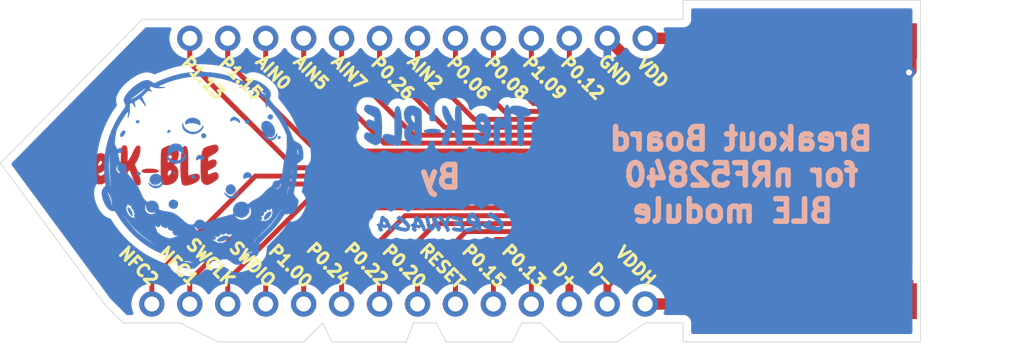
<source format=kicad_pcb>
(kicad_pcb (version 20171130) (host pcbnew "(5.1.9-0-10_14)")
  (title_block (title "Project Title"))
  (layers (0 F.Cu signal) (31 B.Cu signal) (34 B.Paste user) (35 F.Paste user) (36 B.SilkS user) (37 F.SilkS user) (38 B.Mask user) (39 F.Mask user) (44 Edge.Cuts user))
  (net 0 "")
  (net 1 /P1.13)
  (net 2 /P1.15)
  (net 3 /P0.02-AIN0)
  (net 4 /P0.29-AIN5)
  (net 5 /P0.31-AIN7)
  (net 6 /P0.26)
  (net 7 /P0.04-AIN2)
  (net 8 /P0.06)
  (net 9 /P0.08)
  (net 10 /P1.09)
  (net 11 /P0.12)
  (net 12 GND)
  (net 13 VDD)
  (net 14 /P0.10-NFC2)
  (net 15 /P0.09-NFC1)
  (net 16 /SWCLK)
  (net 17 /SWDIO)
  (net 18 /P1.00)
  (net 19 /P0.24)
  (net 20 /P0.22)
  (net 21 /P0.20)
  (net 22 /P0.18-RESET)
  (net 23 /P0.15)
  (net 24 /P0.13)
  (net 25 /D+)
  (net 26 /D-)
  (net 27 /VDDH)
  (module MS88SF2_01:firma_Cu_Mask (layer B.Cu) (at 145.034 78.359 180)
    (fp_text reference U2 hide)
    (fp_text value Firma hide)
    (fp_poly (pts (xy 4.151377 -0.452496) (xy 3.657161 -0.147681) (xy 3.750181 -0.140781) (xy 3.844921 -0.12528) (xy 3.819081 -0.018483) (xy 3.789801 0.093484) (xy 3.779461 0.076254) (xy 3.712281 -0.004707) (xy 3.658881 -0.089117) (xy 3.638211 -0.120127) (xy 3.619261 -0.151137) (xy 3.638211 -0.149437) (xy 3.657161 -0.147737) (xy 3.657161 -0.147681) (xy 4.151377 -0.452496) (xy 4.120367 -0.512786) (xy 4.073857 -0.566186) (xy 4.015287 -0.604086) (xy 3.946387 -0.621316) (xy 3.915377 -0.609256) (xy 3.899877 -0.598926) (xy 3.889537 -0.593726) (xy 3.882637 -0.588526) (xy 3.861967 -0.579926) (xy 3.868867 -0.557536) (xy 3.867167 -0.536866) (xy 3.846497 -0.514476) (xy 3.836157 -0.504135) (xy 3.827557 -0.493806) (xy 3.798277 -0.461076) (xy 3.844787 -0.449016) (xy 3.901637 -0.418006) (xy 3.913697 -0.354266) (xy 3.855127 -0.352566) (xy 3.808617 -0.364626) (xy 3.744887 -0.380126) (xy 3.675987 -0.385326) (xy 3.650147 -0.385326) (xy 3.624307 -0.381926) (xy 3.607087 -0.378526) (xy 3.600187 -0.357856) (xy 3.593287 -0.350956) (xy 3.574337 -0.328566) (xy 3.570937 -0.290666) (xy 3.560607 -0.259655) (xy 3.545107 -0.302716) (xy 3.538207 -0.319946) (xy 3.520977 -0.323346) (xy 3.515777 -0.331946) (xy 3.514077 -0.340546) (xy 3.505477 -0.369826) (xy 3.498577 -0.376726) (xy 3.491677 -0.381926) (xy 3.483077 -0.412936) (xy 3.472737 -0.442216) (xy 3.457237 -0.487006) (xy 3.453837 -0.528346) (xy 3.446937 -0.547296) (xy 3.427987 -0.564526) (xy 3.407317 -0.574856) (xy 3.396977 -0.581756) (xy 3.388377 -0.585156) (xy 3.383177 -0.604106) (xy 3.362507 -0.607506) (xy 3.334947 -0.612706) (xy 3.317717 -0.614406) (xy 3.300487 -0.612706) (xy 3.271207 -0.588586) (xy 3.247087 -0.569636) (xy 3.229867 -0.538626) (xy 3.226467 -0.519675) (xy 3.223067 -0.502446) (xy 3.217867 -0.492116) (xy 3.195477 -0.471446) (xy 3.214427 -0.455946) (xy 3.216127 -0.426666) (xy 3.288477 -0.257857) (xy 3.369437 -0.092492) (xy 3.395277 -0.037372) (xy 3.422837 0.017749) (xy 3.421137 0.029809) (xy 3.424537 0.045309) (xy 3.455547 0.096989) (xy 3.479667 0.145219) (xy 3.507227 0.202059) (xy 3.545127 0.258898) (xy 3.572687 0.270959) (xy 3.584747 0.274359) (xy 3.600247 0.277759) (xy 3.626087 0.274359) (xy 3.710487 0.336369) (xy 3.784557 0.434559) (xy 3.801787 0.458669) (xy 3.824177 0.444889) (xy 3.848297 0.434559) (xy 3.881027 0.425959) (xy 3.939597 0.410459) (xy 3.984387 0.384619) (xy 3.996447 0.343279) (xy 4.001647 0.315719) (xy 4.010247 0.257149) (xy 4.017147 0.191689) (xy 4.030927 0.133119) (xy 4.042987 0.076279) (xy 4.060217 -0.004682) (xy 4.082607 -0.077032) (xy 4.099837 -0.078732) (xy 4.117057 -0.073532) (xy 4.139447 -0.070132) (xy 4.158397 -0.068432) (xy 4.165297 -0.085662) (xy 4.182527 -0.102892) (xy 4.215257 -0.113232) (xy 4.234207 -0.128732) (xy 4.247987 -0.139072) (xy 4.273827 -0.149402) (xy 4.260047 -0.175242) (xy 4.210097 -0.235532) (xy 4.139477 -0.282042) (xy 4.141177 -0.302712) (xy 4.146377 -0.321662) (xy 4.154977 -0.381952) (xy 4.154977 -0.445682) (xy 4.151377 -0.452496)) (layer B.Cu) (width 0))
    (fp_poly (pts (xy 3.223076 -0.298824) (xy 3.114555 -0.414235) (xy 2.966416 -0.481415) (xy 2.795884 -0.527925) (xy 2.625351 -0.581325) (xy 2.582291 -0.583025) (xy 2.547841 -0.588225) (xy 2.516831 -0.593425) (xy 2.482381 -0.596825) (xy 2.473781 -0.600225) (xy 2.468581 -0.607125) (xy 2.415181 -0.612325) (xy 2.377281 -0.612325) (xy 2.334221 -0.617525) (xy 2.296321 -0.622725) (xy 2.09306 -0.531425) (xy 2.0121 -0.293713) (xy 2.0087 -0.283383) (xy 2.0018 -0.278183) (xy 2.0052 -0.248903) (xy 2.0069 -0.217893) (xy 2.10853 -0.042193) (xy 2.244611 0.102502) (xy 2.265281 0.123172) (xy 2.280781 0.143842) (xy 2.299731 0.161072) (xy 2.325571 0.173132) (xy 2.411701 0.248922) (xy 2.516776 0.314382) (xy 2.625296 0.378112) (xy 2.725206 0.450462) (xy 2.752766 0.445262) (xy 2.771716 0.445262) (xy 2.804446 0.409092) (xy 2.847506 0.386702) (xy 2.888846 0.360862) (xy 2.918126 0.319522) (xy 2.907786 0.310922) (xy 2.912986 0.295422) (xy 2.914686 0.279922) (xy 2.902626 0.273022) (xy 2.912956 0.262682) (xy 2.923296 0.254082) (xy 2.918096 0.240302) (xy 2.918096 0.223072) (xy 2.840576 0.180012) (xy 2.752726 0.135222) (xy 2.657986 0.085272) (xy 2.563246 0.024982) (xy 2.468506 -0.052539) (xy 2.375486 -0.140389) (xy 2.291076 -0.236849) (xy 2.223896 -0.333309) (xy 2.230796 -0.347089) (xy 2.239396 -0.359149) (xy 2.341026 -0.359149) (xy 2.437486 -0.364349) (xy 2.444386 -0.354009) (xy 2.452986 -0.343669) (xy 2.635576 -0.312659) (xy 2.807831 -0.266149) (xy 2.781991 -0.257549) (xy 2.761321 -0.248949) (xy 2.761321 -0.235169) (xy 2.778551 -0.221389) (xy 2.738931 -0.186939) (xy 2.721701 -0.131819) (xy 2.732031 -0.111149) (xy 2.721701 -0.092199) (xy 2.713101 -0.092199) (xy 2.709701 -0.097399) (xy 2.708001 -0.104299) (xy 2.699401 -0.102599) (xy 2.706301 -0.076759) (xy 2.716641 -0.052649) (xy 2.835496 0.026592) (xy 2.882006 -0.004419) (xy 2.938846 -0.037149) (xy 3.000856 -0.069879) (xy 3.061146 -0.100889) (xy 3.104206 -0.128449) (xy 3.140376 -0.164619) (xy 3.174826 -0.199069) (xy 3.217886 -0.228349) (xy 3.219586 -0.264519) (xy 3.222986 -0.298969) (xy 3.223076 -0.298824)) (layer B.Cu) (width 0))
    (fp_poly (pts (xy 1.886378 -0.464189) (xy 1.388562 -0.166188) (xy 1.481582 -0.159288) (xy 1.576322 -0.143788) (xy 1.550482 -0.03699) (xy 1.521202 0.074977) (xy 1.510872 0.057747) (xy 1.443692 -0.023214) (xy 1.390292 -0.107624) (xy 1.369622 -0.138634) (xy 1.350672 -0.169644) (xy 1.369622 -0.167944) (xy 1.388572 -0.166244) (xy 1.388562 -0.166188) (xy 1.886378 -0.464189) (xy 1.855368 -0.524479) (xy 1.808858 -0.577879) (xy 1.750288 -0.615779) (xy 1.681388 -0.633009) (xy 1.650378 -0.620949) (xy 1.634878 -0.610619) (xy 1.624538 -0.605419) (xy 1.617638 -0.600219) (xy 1.596968 -0.591619) (xy 1.603868 -0.569229) (xy 1.602168 -0.548559) (xy 1.581498 -0.526169) (xy 1.571158 -0.515829) (xy 1.562558 -0.505498) (xy 1.533278 -0.472769) (xy 1.579788 -0.460709) (xy 1.636638 -0.429699) (xy 1.648698 -0.365959) (xy 1.590128 -0.364259) (xy 1.543618 -0.376319) (xy 1.479888 -0.391819) (xy 1.410988 -0.397019) (xy 1.385148 -0.397019) (xy 1.359308 -0.393619) (xy 1.342088 -0.390219) (xy 1.335188 -0.369549) (xy 1.328288 -0.362649) (xy 1.309338 -0.340259) (xy 1.305938 -0.302359) (xy 1.295608 -0.271349) (xy 1.280108 -0.314409) (xy 1.273208 -0.331639) (xy 1.255978 -0.335039) (xy 1.250778 -0.343639) (xy 1.249078 -0.352239) (xy 1.240478 -0.381519) (xy 1.233578 -0.388419) (xy 1.226678 -0.393619) (xy 1.218078 -0.424629) (xy 1.207738 -0.453909) (xy 1.192238 -0.498699) (xy 1.188838 -0.540039) (xy 1.181938 -0.558989) (xy 1.162988 -0.576219) (xy 1.142318 -0.586549) (xy 1.131978 -0.593449) (xy 1.123378 -0.596849) (xy 1.118178 -0.615799) (xy 1.097508 -0.619199) (xy 1.069948 -0.624399) (xy 1.052718 -0.626099) (xy 1.035488 -0.624399) (xy 1.006208 -0.600279) (xy 0.982088 -0.581329) (xy 0.964868 -0.550319) (xy 0.961468 -0.531369) (xy 0.958068 -0.514139) (xy 0.952868 -0.503809) (xy 0.930478 -0.483139) (xy 0.949428 -0.467639) (xy 0.951128 -0.438359) (xy 1.023478 -0.26955) (xy 1.104438 -0.104185) (xy 1.130278 -0.049065) (xy 1.157838 0.006056) (xy 1.156138 0.018116) (xy 1.159538 0.033616) (xy 1.190548 0.085296) (xy 1.214668 0.133526) (xy 1.242228 0.190366) (xy 1.280128 0.247206) (xy 1.307688 0.259265) (xy 1.319748 0.262666) (xy 1.335248 0.266066) (xy 1.361088 0.262666) (xy 1.445488 0.324676) (xy 1.519558 0.422866) (xy 1.536788 0.446976) (xy 1.559178 0.433196) (xy 1.583298 0.422866) (xy 1.616028 0.414266) (xy 1.674598 0.398766) (xy 1.719388 0.372926) (xy 1.731448 0.331586) (xy 1.736648 0.304026) (xy 1.745248 0.245456) (xy 1.752148 0.179996) (xy 1.765928 0.121426) (xy 1.777988 0.064586) (xy 1.795208 -0.016375) (xy 1.817598 -0.088725) (xy 1.834828 -0.090425) (xy 1.852048 -0.085225) (xy 1.874438 -0.081825) (xy 1.893388 -0.080125) (xy 1.900288 -0.097355) (xy 1.917518 -0.114585) (xy 1.950248 -0.124925) (xy 1.969198 -0.140425) (xy 1.982978 -0.150765) (xy 2.008818 -0.161095) (xy 1.995038 -0.186935) (xy 1.945088 -0.247225) (xy 1.874468 -0.293735) (xy 1.876168 -0.314405) (xy 1.881368 -0.333355) (xy 1.889968 -0.393645) (xy 1.889968 -0.457375) (xy 1.886378 -0.464189)) (layer B.Cu) (width 0))
    (fp_poly (pts (xy 0.33264 -0.295379) (xy 0.31025 -0.314329) (xy 0.29647 -0.343609) (xy 0.28441 -0.372889) (xy 0.26718 -0.384949) (xy 0.25685 -0.409069) (xy 0.24307 -0.431459) (xy 0.23274 -0.455579) (xy 0.23614 -0.484859) (xy 0.21892 -0.514139) (xy 0.21032 -0.550309) (xy 0.19654 -0.579589) (xy 0.15864 -0.589929) (xy 0.15694 -0.598529) (xy 0.16214 -0.610589) (xy 0.13286 -0.612289) (xy 0.11047 -0.620889) (xy 0.05535 -0.584719) (xy 0.01745 -0.527879) (xy -0.01183 -0.462419) (xy -0.03595 -0.405579) (xy -0.03425 -0.369409) (xy -0.04631 -0.338399) (xy -0.02497 -0.293239) (xy -0.00314 -0.247319) (xy 0.01917 -0.200649) (xy 0.04197 -0.153229) (xy 0.06525 -0.105049) (xy 0.08902 -0.056119) (xy 0.11327 -0.006429) (xy 0.13801 0.044012) (xy 0.16283 0.094752) (xy 0.18732 0.145322) (xy 0.21149 0.195732) (xy 0.23534 0.245982) (xy 0.25886 0.296072) (xy 0.28206 0.346002) (xy 0.30494 0.395772) (xy 0.32749 0.445372) (xy 0.405 0.409202) (xy 0.47562 0.364412) (xy 0.53074 0.304122) (xy 0.56002 0.230052) (xy 0.55142 0.221452) (xy 0.54452 0.219752) (xy 0.55142 0.207692) (xy 0.55142 0.200792) (xy 0.55142 0.190452) (xy 0.55662 0.174952) (xy 0.54629 0.173252) (xy 0.53595 0.173252) (xy 0.53935 0.142242) (xy 0.53245 0.119852) (xy 0.52385 0.099182) (xy 0.52555 0.071622) (xy 0.51695 0.068222) (xy 0.51355 0.063021) (xy 0.50835 0.057822) (xy 0.50145 0.057822) (xy 0.50485 -0.017969) (xy 0.50145 -0.095479) (xy 0.50315 -0.176439) (xy 0.51521 -0.262569) (xy 0.61339 -0.169549) (xy 0.67368 -0.04208) (xy 0.70985 0.109505) (xy 0.73569 0.27487) (xy 0.75981 0.31277) (xy 0.77531 0.35928) (xy 0.78909 0.40923) (xy 0.80632 0.45574) (xy 0.84938 0.43851) (xy 0.88383 0.41095) (xy 0.91656 0.38339) (xy 0.95962 0.36789) (xy 0.99752 0.31105) (xy 1.01991 0.25248) (xy 1.00613 0.22147) (xy 0.99753 0.18702) (xy 0.98375 0.15429) (xy 0.95963 0.13017) (xy 0.94585 0.04749) (xy 0.93035 -0.024861) (xy 0.91829 -0.100651) (xy 0.91489 -0.185051) (xy 0.88561 -0.269451) (xy 0.86149 -0.350411) (xy 0.81843 -0.403811) (xy 0.7857 -0.465821) (xy 0.7771 -0.469221) (xy 0.76504 -0.464021) (xy 0.76504 -0.474361) (xy 0.75984 -0.481261) (xy 0.75644 -0.488161) (xy 0.75984 -0.501941) (xy 0.71678 -0.531221) (xy 0.67544 -0.565671) (xy 0.62376 -0.586341) (xy 0.54625 -0.574281) (xy 0.420504 -0.455425) (xy 0.332654 -0.295228) (xy 0.33264 -0.295379)) (layer B.Cu) (width 0))
    (fp_poly (pts (xy -0.175512 -0.157575) (xy -0.196182 -0.183415) (xy -0.213412 -0.212695) (xy -0.232362 -0.248865) (xy -0.258202 -0.279875) (xy -0.275432 -0.321215) (xy -0.302992 -0.353945) (xy -0.383952 -0.503807) (xy -0.394292 -0.534817) (xy -0.409792 -0.562377) (xy -0.416692 -0.574437) (xy -0.421892 -0.583037) (xy -0.425292 -0.600267) (xy -0.444242 -0.624387) (xy -0.463192 -0.643337) (xy -0.475252 -0.657117) (xy -0.501092 -0.667447) (xy -0.654398 -0.533089) (xy -0.652698 -0.515859) (xy -0.647498 -0.498639) (xy -0.640598 -0.477969) (xy -0.625098 -0.429739) (xy -0.595818 -0.386679) (xy -0.580318 -0.348779) (xy -0.538978 -0.267819) (xy -0.501078 -0.202359) (xy -0.478688 -0.164459) (xy -0.520028 -0.114509) (xy -0.559648 -0.031829) (xy -0.583768 0.038792) (xy -0.588968 0.076692) (xy -0.595868 0.109422) (xy -0.604468 0.147322) (xy -0.607868 0.186942) (xy -0.618198 0.211062) (xy -0.614798 0.228292) (xy -0.613098 0.259302) (xy -0.621698 0.300642) (xy -0.630298 0.338542) (xy -0.631998 0.379882) (xy -0.621658 0.417782) (xy -0.588928 0.450512) (xy -0.559648 0.452212) (xy -0.530368 0.434982) (xy -0.501088 0.419482) (xy -0.464918 0.402252) (xy -0.428748 0.379862) (xy -0.416688 0.355742) (xy -0.394298 0.336792) (xy -0.394298 0.317842) (xy -0.392598 0.298892) (xy -0.385698 0.271332) (xy -0.378798 0.250661) (xy -0.373598 0.204152) (xy -0.363268 0.164532) (xy -0.352938 0.124912) (xy -0.351238 0.080122) (xy -0.334008 0.092182) (xy -0.327108 0.097382) (xy -0.320208 0.102582) (xy -0.218578 0.240386) (xy -0.221978 0.257616) (xy -0.185808 0.292066) (xy -0.159968 0.317906) (xy -0.137578 0.343746) (xy -0.118628 0.357526) (xy 0.038124 0.464324) (xy 0.062244 0.467724) (xy 0.069144 0.445334) (xy 0.096704 0.410884) (xy 0.143214 0.381604) (xy 0.158714 0.371264) (xy 0.167314 0.345424) (xy 0.165614 0.329924) (xy 0.172514 0.312694) (xy 0.138064 0.252404) (xy 0.100164 0.217954) (xy 0.070884 0.192114) (xy 0.051934 0.164554) (xy 0.039874 0.150774) (xy -0.006636 0.095654) (xy -0.011836 0.074984) (xy -0.032506 0.074984) (xy -0.041106 0.068084) (xy -0.058336 0.038804) (xy -0.075556 0.016414) (xy -0.084156 0.007813) (xy -0.089356 -0.005967) (xy -0.094556 -0.019747) (xy -0.122116 -0.054197) (xy -0.134176 -0.078317) (xy -0.147956 -0.105877) (xy -0.166906 -0.131717) (xy -0.175512 -0.157575)) (layer B.Cu) (width 0))
    (fp_poly (pts (xy -0.685386 0.360913) (xy -0.685386 0.341963) (xy -0.687086 0.331633) (xy -0.687086 0.319573) (xy -0.683686 0.302343) (xy -0.768096 0.221383) (xy -0.869726 0.190373) (xy -0.983414 0.171423) (xy -1.097102 0.126633) (xy -1.138442 0.126633) (xy -1.190122 0.121433) (xy -1.215962 0.105933) (xy -1.246972 0.097333) (xy -1.241772 0.064602) (xy -1.236572 0.038763) (xy -1.103935 0.040463) (xy -0.959241 0.049063) (xy -0.960941 0.037003) (xy -0.962641 0.028403) (xy -0.938521 0.006013) (xy -0.914401 -0.018108) (xy -0.890281 -0.038778) (xy -0.859271 -0.043978) (xy -0.850671 -0.074988) (xy -0.854071 -0.107718) (xy -0.909191 -0.147338) (xy -0.967761 -0.181788) (xy -1.031491 -0.207628) (xy -1.105561 -0.214528) (xy -1.119341 -0.214528) (xy -1.129681 -0.209328) (xy -1.169301 -0.214528) (xy -1.207201 -0.219728) (xy -1.253711 -0.212828) (xy -1.300221 -0.205928) (xy -1.350171 -0.283438) (xy -1.389791 -0.371288) (xy -1.293331 -0.378188) (xy -1.219261 -0.372988) (xy -1.148641 -0.364388) (xy -1.057341 -0.360988) (xy -0.976381 -0.336868) (xy -0.888531 -0.316198) (xy -0.864411 -0.335148) (xy -0.845461 -0.359268) (xy -0.824791 -0.378218) (xy -0.798951 -0.385118) (xy -0.790351 -0.402348) (xy -0.785151 -0.419568) (xy -0.779951 -0.435068) (xy -0.764451 -0.438468) (xy -0.824741 -0.526318) (xy -0.900531 -0.571108) (xy -0.996991 -0.595218) (xy -1.112402 -0.615888) (xy -1.138242 -0.614188) (xy -1.162362 -0.610788) (xy -1.257102 -0.626288) (xy -1.369068 -0.631488) (xy -1.477588 -0.615988) (xy -1.561988 -0.571198) (xy -1.580938 -0.543638) (xy -1.603328 -0.517798) (xy -1.610228 -0.467848) (xy -1.620558 -0.411008) (xy -1.629158 -0.350718) (xy -1.625758 -0.297318) (xy -1.605088 -0.250808) (xy -1.593028 -0.206018) (xy -1.582688 -0.197418) (xy -1.568908 -0.190518) (xy -1.546518 -0.131948) (xy -1.522398 -0.078548) (xy -1.496558 -0.026868) (xy -1.470718 0.033423) (xy -1.506888 0.081653) (xy -1.522388 0.135053) (xy -1.530988 0.190173) (xy -1.543048 0.248743) (xy -1.501708 0.290083) (xy -1.446588 0.317643) (xy -1.382848 0.334873) (xy -1.310498 0.350373) (xy -1.188197 0.384823) (xy -1.081399 0.403773) (xy -0.971156 0.419273) (xy -0.841965 0.439943) (xy -0.812685 0.424443) (xy -0.797185 0.433043) (xy -0.788585 0.443373) (xy -0.745525 0.393423) (xy -0.685235 0.360693) (xy -0.685386 0.360913)) (layer B.Cu) (width 0))
    (fp_poly (pts (xy -2.738664 -0.460743) (xy -2.315093 0.148895) (xy -2.344373 0.069655) (xy -2.192789 0.109275) (xy -2.042927 0.171285) (xy -2.087717 0.272915) (xy -2.163507 0.326315) (xy -2.163513 0.326315) (xy -2.213463 0.266025) (xy -2.268583 0.210905) (xy -2.315093 0.148895) (xy -2.738664 -0.460743) (xy -2.754164 -0.448683) (xy -2.769664 -0.419403) (xy -2.750714 -0.419403) (xy -2.757614 -0.350503) (xy -2.742114 -0.288493) (xy -2.728334 -0.229923) (xy -2.733534 -0.169633) (xy -2.721474 -0.166233) (xy -2.714574 -0.142113) (xy -2.712874 -0.111103) (xy -2.714574 -0.083543) (xy -2.680124 0.026701) (xy -2.656004 0.138666) (xy -2.633614 0.247187) (xy -2.599164 0.347097) (xy -2.549214 0.340197) (xy -2.513044 0.317807) (xy -2.418304 0.417717) (xy -2.335624 0.531405) (xy -2.239164 0.631315) (xy -2.106527 0.682995) (xy -2.013507 0.619265) (xy -1.929097 0.536585) (xy -1.903257 0.517635) (xy -1.875697 0.500405) (xy -1.875697 0.474565) (xy -1.836077 0.421165) (xy -1.806797 0.357435) (xy -1.780957 0.290255) (xy -1.753397 0.226525) (xy -1.756797 0.207575) (xy -1.753397 0.192075) (xy -1.748197 0.174855) (xy -1.746497 0.152465) (xy -1.806787 0.004326) (xy -1.934256 -0.086975) (xy -2.09273 -0.147265) (xy -2.246037 -0.200665) (xy -2.239137 -0.207565) (xy -2.233937 -0.217895) (xy -2.154697 -0.267845) (xy -2.101297 -0.300575) (xy -2.046177 -0.321245) (xy -1.961767 -0.341915) (xy -1.879087 -0.362585) (xy -1.823967 -0.374645) (xy -1.772287 -0.381545) (xy -1.698217 -0.390145) (xy -1.667207 -0.434935) (xy -1.649977 -0.486615) (xy -1.648277 -0.536565) (xy -1.662057 -0.572735) (xy -1.653457 -0.579635) (xy -1.636237 -0.579635) (xy -1.656907 -0.600305) (xy -1.674137 -0.624425) (xy -1.694807 -0.646815) (xy -1.722367 -0.658875) (xy -1.880842 -0.660575) (xy -2.127166 -0.581335) (xy -2.247744 -0.531385) (xy -2.328704 -0.488325) (xy -2.392434 -0.441815) (xy -2.459614 -0.381525) (xy -2.466514 -0.388425) (xy -2.471714 -0.395325) (xy -2.499274 -0.507289) (xy -2.550954 -0.59514) (xy -2.588854 -0.60034) (xy -2.611244 -0.61929) (xy -2.637084 -0.61759) (xy -2.652584 -0.60899) (xy -2.668084 -0.59865) (xy -2.695644 -0.59525) (xy -2.705984 -0.56597) (xy -2.733544 -0.55219) (xy -2.730144 -0.52635) (xy -2.735344 -0.505679) (xy -2.742244 -0.48501) (xy -2.738844 -0.46089) (xy -2.738664 -0.460743)) (layer B.Cu) (width 0))
    (fp_poly (pts (xy -4.273799 -0.192371) (xy -4.268599 -0.157921) (xy -4.266899 -0.118301) (xy -4.14632 0.091851) (xy -3.982678 0.264106) (xy -3.958568 0.288226) (xy -3.939618 0.314066) (xy -3.917228 0.334736) (xy -3.886218 0.348516) (xy -3.782866 0.439816) (xy -3.65712 0.519056) (xy -3.526206 0.596566) (xy -3.405628 0.682696) (xy -3.376348 0.674096) (xy -3.352228 0.675796) (xy -3.312608 0.629286) (xy -3.260928 0.603446) (xy -3.210978 0.572436) (xy -3.174808 0.524206) (xy -3.186868 0.515606) (xy -3.181668 0.496656) (xy -3.178268 0.477706) (xy -3.193768 0.469106) (xy -3.181708 0.457046) (xy -3.169648 0.444986) (xy -3.174848 0.427766) (xy -3.174848 0.408816) (xy -3.267868 0.355416) (xy -3.374666 0.303736) (xy -3.488354 0.243446) (xy -3.602042 0.171096) (xy -3.717453 0.079796) (xy -3.827696 -0.027003) (xy -3.927606 -0.142414) (xy -4.006846 -0.257825) (xy -3.998246 -0.273325) (xy -3.987916 -0.288825) (xy -3.865615 -0.288825) (xy -3.751927 -0.295725) (xy -3.743327 -0.281945) (xy -3.732987 -0.269885) (xy -3.514223 -0.231985) (xy -3.307517 -0.176865) (xy -3.362637 -0.157915) (xy -3.362637 -0.140685) (xy -3.343687 -0.123465) (xy -3.390197 -0.082125) (xy -3.410867 -0.014945) (xy -3.398807 0.009166) (xy -3.410867 0.031556) (xy -3.421207 0.031556) (xy -3.424607 0.024656) (xy -3.428007 0.017756) (xy -3.436607 0.017756) (xy -3.428007 0.048766) (xy -3.417667 0.078046) (xy -3.274696 0.172786) (xy -3.219576 0.136616) (xy -3.150676 0.098716) (xy -3.076606 0.059096) (xy -3.005986 0.021196) (xy -2.952586 -0.013255) (xy -2.909526 -0.054595) (xy -2.868186 -0.095935) (xy -2.818236 -0.130384) (xy -2.814836 -0.175175) (xy -2.811436 -0.216515) (xy -2.890676 -0.316425) (xy -2.995751 -0.385325) (xy -3.118052 -0.435275) (xy -3.252411 -0.473175) (xy -3.391937 -0.511075) (xy -3.528018 -0.555865) (xy -3.577968 -0.557565) (xy -3.617588 -0.562765) (xy -3.655488 -0.569665) (xy -3.696828 -0.574865) (xy -3.708888 -0.578265) (xy -3.715788 -0.586865) (xy -3.777798 -0.592065) (xy -3.824308 -0.592065) (xy -3.874258 -0.598965) (xy -3.922488 -0.604165) (xy -4.165367 -0.493922) (xy -4.261827 -0.209701) (xy -4.265227 -0.199371) (xy -4.273827 -0.192471) (xy -4.273799 -0.192371)) (layer B.Cu) (width 0))
  )
  (module MS88SF2_01:Letters (layer B.Cu) (at 136.525 73.152 180)
    (fp_text reference Ref** hide)
    (fp_text value Val** hide)
    (fp_poly (pts (xy -12.918592 2.635934) (xy -12.86958 2.571025) (xy -12.831878 2.467463) (xy -12.805328 2.324657) (xy -12.789771 2.142018) (xy -12.785034 1.939849) (xy -12.784666 1.625448) (xy -12.706831 1.693789) (xy -12.594994 1.772984) (xy -12.484112 1.81186) (xy -12.386821 1.814398) (xy -12.299072 1.791052) (xy -12.227334 1.740954) (xy -12.170457 1.6615) (xy -12.127289 1.550088) (xy -12.096681 1.404117) (xy -12.077482 1.220983) (xy -12.071265 1.100667) (xy -12.06792 0.932313) (xy -12.069577 0.759084) (xy -12.075725 0.588094) (xy -12.085854 0.426458) (xy -12.099453 0.281292) (xy -12.116012 0.15971) (xy -12.13502 0.068827) (xy -12.148041 0.030495) (xy -12.196582 -0.044647) (xy -12.257051 -0.080295) (xy -12.327213 -0.075488) (xy -12.359866 -0.060711) (xy -12.393246 -0.035626) (xy -12.419941 0.001388) (xy -12.440962 0.055256) (xy -12.457325 0.130903) (xy -12.470042 0.233252) (xy -12.480127 0.367227) (xy -12.488594 0.537754) (xy -12.489976 0.5715) (xy -12.497028 0.735715) (xy -12.50387 0.863066) (xy -12.511152 0.959014) (xy -12.519526 1.029021) (xy -12.529643 1.078547) (xy -12.542155 1.113053) (xy -12.557482 1.137709) (xy -12.600828 1.162102) (xy -12.660633 1.155485) (xy -12.726609 1.11966) (xy -12.744439 1.104951) (xy -12.810713 1.045735) (xy -12.839056 0.637075) (xy -12.853604 0.452808) (xy -12.869607 0.306032) (xy -12.888177 0.191908) (xy -12.910424 0.105595) (xy -12.937463 0.042252) (xy -12.970403 -0.00296) (xy -12.990216 -0.020898) (xy -13.061518 -0.056983) (xy -13.128341 -0.052446) (xy -13.187311 -0.008985) (xy -13.235051 0.071704) (xy -13.248677 0.109034) (xy -13.267433 0.194734) (xy -13.281759 0.316544) (xy -13.291749 0.468484) (xy -13.297502 0.644574) (xy -13.299112 0.838834) (xy -13.296676 1.045282) (xy -13.290291 1.25794) (xy -13.280052 1.470827) (xy -13.266057 1.677962) (xy -13.2484 1.873365) (xy -13.227179 2.051056) (xy -13.216225 2.125339) (xy -13.203137 2.208095) (xy -13.282896 2.130633) (xy -13.336718 2.086635) (xy -13.407497 2.039449) (xy -13.483089 1.995969) (xy -13.551351 1.963092) (xy -13.600137 1.947712) (xy -13.605718 1.947334) (xy -13.618099 1.930349) (xy -13.628939 1.87863) (xy -13.638302 1.791033) (xy -13.64625 1.666414) (xy -13.652846 1.503628) (xy -13.658153 1.301531) (xy -13.662235 1.058978) (xy -13.664199 0.885585) (xy -13.666947 0.674875) (xy -13.67084 0.490648) (xy -13.675753 0.33611) (xy -13.681565 0.214464) (xy -13.688152 0.128913) (xy -13.694983 0.08411) (xy -13.73411 -0.009572) (xy -13.789617 -0.07255) (xy -13.855894 -0.101567) (xy -13.927333 -0.093371) (xy -13.965411 -0.072798) (xy -14.00786 -0.035289) (xy -14.039873 0.014039) (xy -14.063437 0.081936) (xy -14.08054 0.175158) (xy -14.093167 0.300457) (xy -14.098576 0.379714) (xy -14.103335 0.479698) (xy -14.107683 0.612832) (xy -14.111429 0.769932) (xy -14.114382 0.941816) (xy -14.116353 1.1193) (xy -14.117128 1.275292) (xy -14.118166 1.883834) (xy -14.250458 1.883867) (xy -14.376953 1.896179) (xy -14.47567 1.931842) (xy -14.542387 1.989049) (xy -14.558288 2.015672) (xy -14.57376 2.094795) (xy -14.554231 2.182381) (xy -14.50401 2.271186) (xy -14.427408 2.353965) (xy -14.328733 2.423474) (xy -14.309636 2.433673) (xy -14.197082 2.481184) (xy -14.058899 2.524363) (xy -13.906332 2.561094) (xy -13.750628 2.589257) (xy -13.603033 2.606733) (xy -13.474795 2.611405) (xy -13.3985 2.605297) (xy -13.30231 2.583138) (xy -13.238441 2.549512) (xy -13.197248 2.49851) (xy -13.186352 2.47534) (xy -13.158899 2.409061) (xy -13.121535 2.507494) (xy -13.085253 2.591803) (xy -13.051356 2.641128) (xy -13.013868 2.661986) (xy -12.979072 2.662779) (xy -12.918592 2.635934)) (layer B.Cu) (width 0.01))
    (fp_poly (pts (xy -5.594833 2.561191) (xy -5.540604 2.50478) (xy -5.525221 2.477914) (xy -5.502284 2.426298) (xy -5.483511 2.367099) (xy -5.468597 2.29607) (xy -5.457239 2.208965) (xy -5.449133 2.101539) (xy -5.443974 1.969544) (xy -5.441458 1.808736) (xy -5.441282 1.614868) (xy -5.443141 1.383693) (xy -5.443657 1.338792) (xy -5.445342 1.165839) (xy -5.446173 1.007063) (xy -5.44618 0.867238) (xy -5.445394 0.751136) (xy -5.443845 0.663528) (xy -5.441563 0.609187) (xy -5.438912 0.592667) (xy -5.412999 0.599058) (xy -5.359977 0.615599) (xy -5.308206 0.632951) (xy -5.131856 0.684512) (xy -4.980594 0.709832) (xy -4.856148 0.709242) (xy -4.760242 0.683073) (xy -4.694602 0.631657) (xy -4.660954 0.555325) (xy -4.656666 0.507911) (xy -4.677349 0.395093) (xy -4.738464 0.289948) (xy -4.838615 0.193644) (xy -4.976406 0.107345) (xy -5.150439 0.032218) (xy -5.274575 -0.007849) (xy -5.411488 -0.042899) (xy -5.53464 -0.065934) (xy -5.635468 -0.075692) (xy -5.704416 -0.071148) (xy -5.793054 -0.036941) (xy -5.847016 0.01785) (xy -5.861282 0.050903) (xy -5.881716 0.136909) (xy -5.901295 0.256684) (xy -5.919339 0.401663) (xy -5.935169 0.563281) (xy -5.948109 0.732973) (xy -5.957478 0.902176) (xy -5.962599 1.062323) (xy -5.962792 1.204851) (xy -5.959535 1.291167) (xy -5.941332 1.564863) (xy -5.922128 1.798953) (xy -5.901418 1.996163) (xy -5.878698 2.15922) (xy -5.853462 2.290847) (xy -5.825204 2.39377) (xy -5.793418 2.470716) (xy -5.757601 2.524408) (xy -5.725627 2.552502) (xy -5.657442 2.577446) (xy -5.594833 2.561191)) (layer B.Cu) (width 0.01))
    (fp_poly (pts (xy -9.610039 2.59183) (xy -9.594797 2.577042) (xy -9.561969 2.534856) (xy -9.537011 2.485622) (xy -9.518978 2.423309) (xy -9.50692 2.341882) (xy -9.499892 2.235309) (xy -9.496945 2.097555) (xy -9.496929 1.953732) (xy -9.499239 1.54738) (xy -9.451402 1.604482) (xy -9.368451 1.716623) (xy -9.282736 1.855472) (xy -9.202549 2.006874) (xy -9.155497 2.109572) (xy -9.092799 2.247238) (xy -9.029406 2.369452) (xy -8.969191 2.469624) (xy -8.91603 2.541164) (xy -8.883892 2.57153) (xy -8.812431 2.599966) (xy -8.737791 2.595495) (xy -8.678333 2.561167) (xy -8.655301 2.530098) (xy -8.642259 2.486894) (xy -8.636735 2.420008) (xy -8.636 2.36347) (xy -8.652377 2.176962) (xy -8.699145 1.975726) (xy -8.772753 1.770341) (xy -8.869656 1.571382) (xy -8.941002 1.454198) (xy -9.017051 1.339625) (xy -8.856437 0.960854) (xy -8.773053 0.758022) (xy -8.709021 0.587421) (xy -8.663001 0.444348) (xy -8.633652 0.324102) (xy -8.619634 0.221982) (xy -8.619608 0.133287) (xy -8.619812 0.130749) (xy -8.642119 0.031331) (xy -8.686415 -0.03425) (xy -8.747538 -0.064019) (xy -8.82033 -0.056002) (xy -8.899628 -0.008222) (xy -8.924058 0.014303) (xy -8.960294 0.054671) (xy -8.995064 0.103664) (xy -9.030949 0.166605) (xy -9.070529 0.248818) (xy -9.116385 0.355623) (xy -9.171097 0.492343) (xy -9.230126 0.645584) (xy -9.269914 0.749626) (xy -9.30434 0.838819) (xy -9.330636 0.906058) (xy -9.346034 0.944237) (xy -9.348746 0.950161) (xy -9.367236 0.943643) (xy -9.407263 0.917624) (xy -9.429174 0.901458) (xy -9.473759 0.863358) (xy -9.495905 0.826598) (xy -9.503362 0.773883) (xy -9.504007 0.734465) (xy -9.507891 0.624292) (xy -9.518153 0.501384) (xy -9.533173 0.378161) (xy -9.551337 0.267043) (xy -9.571026 0.180451) (xy -9.579619 0.153686) (xy -9.628455 0.064178) (xy -9.693304 0.005244) (xy -9.767426 -0.01993) (xy -9.844081 -0.008156) (xy -9.87996 0.011669) (xy -9.9254 0.053551) (xy -9.959398 0.110364) (xy -9.982732 0.186918) (xy -9.996182 0.28802) (xy -10.000528 0.418477) (xy -9.996549 0.583097) (xy -9.990797 0.69507) (xy -9.984601 0.810487) (xy -9.977505 0.958753) (xy -9.969911 1.130406) (xy -9.962224 1.315981) (xy -9.954848 1.506015) (xy -9.948186 1.691045) (xy -9.947745 1.703917) (xy -9.941509 1.870161) (xy -9.934607 2.025895) (xy -9.927383 2.165214) (xy -9.92018 2.282213) (xy -9.913343 2.370987) (xy -9.907214 2.42563) (xy -9.90511 2.436343) (xy -9.867276 2.523329) (xy -9.810999 2.585931) (xy -9.744133 2.620589) (xy -9.674529 2.623742) (xy -9.610039 2.59183)) (layer B.Cu) (width 0.01))
    (fp_poly (pts (xy -6.449062 2.594936) (xy -6.314449 2.535954) (xy -6.208539 2.446586) (xy -6.132536 2.328633) (xy -6.087644 2.183895) (xy -6.074833 2.035654) (xy -6.094171 1.82854) (xy -6.152007 1.638627) (xy -6.248077 1.466621) (xy -6.3216 1.374912) (xy -6.362752 1.327399) (xy -6.377521 1.301346) (xy -6.368897 1.287729) (xy -6.352559 1.281396) (xy -6.297053 1.247374) (xy -6.236955 1.184967) (xy -6.181307 1.105866) (xy -6.139153 1.021764) (xy -6.128944 0.992253) (xy -6.095947 0.817296) (xy -6.098732 0.644408) (xy -6.135015 0.47979) (xy -6.20251 0.329647) (xy -6.298932 0.200178) (xy -6.421998 0.097588) (xy -6.46853 0.070444) (xy -6.619283 0.007236) (xy -6.777755 -0.030552) (xy -6.931022 -0.040683) (xy -7.037916 -0.028107) (xy -7.127125 -0.00053) (xy -7.192096 0.035572) (xy -7.218308 0.064387) (xy -7.227918 0.09926) (xy -7.239341 0.16668) (xy -7.251154 0.256983) (xy -7.261938 0.360505) (xy -7.262077 0.362016) (xy -7.267505 0.44597) (xy -7.271662 0.560736) (xy -7.274073 0.675387) (xy -6.813331 0.675387) (xy -6.804787 0.617683) (xy -6.778899 0.595397) (xy -6.733972 0.606253) (xy -6.698878 0.626607) (xy -6.638894 0.680698) (xy -6.5944 0.748812) (xy -6.568379 0.820885) (xy -6.563817 0.886852) (xy -6.583699 0.936652) (xy -6.602466 0.95168) (xy -6.665974 0.965843) (xy -6.723847 0.942507) (xy -6.770644 0.886504) (xy -6.800919 0.802666) (xy -6.806224 0.770782) (xy -6.813331 0.675387) (xy -7.274073 0.675387) (xy -7.274604 0.700633) (xy -7.276385 0.859979) (xy -7.277062 1.033093) (xy -7.276689 1.214293) (xy -7.275322 1.397898) (xy -7.27362 1.531013) (xy -6.809414 1.531013) (xy -6.806476 1.487554) (xy -6.804187 1.480217) (xy -6.778316 1.471834) (xy -6.73664 1.494678) (xy -6.685624 1.543975) (xy -6.641697 1.600295) (xy -6.59663 1.679023) (xy -6.563601 1.763928) (xy -6.545909 1.842928) (xy -6.546854 1.903945) (xy -6.553883 1.921759) (xy -6.598162 1.957551) (xy -6.657713 1.962811) (xy -6.718536 1.937581) (xy -6.737926 1.921166) (xy -6.763745 1.888923) (xy -6.781134 1.847084) (xy -6.793077 1.784888) (xy -6.802558 1.69158) (xy -6.802951 1.686758) (xy -6.808217 1.601122) (xy -6.809414 1.531013) (xy -7.27362 1.531013) (xy -7.273016 1.578225) (xy -7.269828 1.749594) (xy -7.265811 1.906323) (xy -7.261022 2.042731) (xy -7.255516 2.153135) (xy -7.249349 2.231855) (xy -7.243463 2.27024) (xy -7.222033 2.326779) (xy -7.186526 2.375079) (xy -7.129856 2.421422) (xy -7.044937 2.472089) (xy -6.974416 2.508719) (xy -6.81293 2.577576) (xy -6.668432 2.611877) (xy -6.534914 2.612606) (xy -6.449062 2.594936)) (layer B.Cu) (width 0.01))
    (fp_poly (pts (xy -3.56771 2.655684) (xy -3.512807 2.628717) (xy -3.470889 2.576573) (xy -3.449587 2.534687) (xy -3.417914 2.446881) (xy -3.409509 2.368029) (xy -3.426975 2.294501) (xy -3.472917 2.222672) (xy -3.54994 2.148913) (xy -3.660649 2.069597) (xy -3.807649 1.981096) (xy -3.8735 1.944339) (xy -3.955392 1.899358) (xy -4.02203 1.862781) (xy -4.065658 1.838862) (xy -4.078815 1.831684) (xy -4.082916 1.811269) (xy -4.08963 1.759776) (xy -4.097518 1.688267) (xy -4.097665 1.68683) (xy -4.112283 1.544151) (xy -3.977017 1.608142) (xy -3.847838 1.656883) (xy -3.73788 1.67291) (xy -3.649574 1.656755) (xy -3.585352 1.60895) (xy -3.547644 1.530025) (xy -3.544036 1.513501) (xy -3.537573 1.407933) (xy -3.562042 1.313752) (xy -3.619987 1.227661) (xy -3.713955 1.146365) (xy -3.846492 1.066566) (xy -3.916057 1.031853) (xy -4.003931 0.988817) (xy -4.060621 0.956666) (xy -4.093768 0.929411) (xy -4.111011 0.901065) (xy -4.118581 0.873125) (xy -4.122674 0.825153) (xy -4.121151 0.765055) (xy -4.115332 0.707397) (xy -4.106538 0.666742) (xy -4.098904 0.656167) (xy -4.078201 0.66354) (xy -4.027326 0.683297) (xy -3.955329 0.711898) (xy -3.914384 0.728349) (xy -3.781351 0.77889) (xy -3.679192 0.808947) (xy -3.60162 0.818313) (xy -3.542349 0.806781) (xy -3.49509 0.774144) (xy -3.453557 0.720195) (xy -3.449113 0.713025) (xy -3.416654 0.627204) (xy -3.409224 0.529209) (xy -3.426913 0.437113) (xy -3.447522 0.395312) (xy -3.502767 0.332799) (xy -3.588124 0.261329) (xy -3.694014 0.186671) (xy -3.810859 0.11459) (xy -3.92908 0.050855) (xy -4.039099 0.001232) (xy -4.131337 -0.028511) (xy -4.159503 -0.033375) (xy -4.258944 -0.026778) (xy -4.32779 0.000063) (xy -4.433519 0.068293) (xy -4.511214 0.147861) (xy -4.550093 0.22045) (xy -4.565692 0.290782) (xy -4.579345 0.396383) (xy -4.590853 0.530227) (xy -4.600016 0.685286) (xy -4.606635 0.854531) (xy -4.610512 1.030936) (xy -4.611446 1.207474) (xy -4.609238 1.377116) (xy -4.603691 1.532835) (xy -4.594603 1.667603) (xy -4.591912 1.695672) (xy -4.564554 1.914643) (xy -4.531118 2.094083) (xy -4.490805 2.236465) (xy -4.44282 2.34426) (xy -4.386365 2.419942) (xy -4.348557 2.450664) (xy -4.277388 2.487823) (xy -4.176097 2.528795) (xy -4.056207 2.569782) (xy -3.92924 2.606991) (xy -3.806719 2.636626) (xy -3.751779 2.647235) (xy -3.644425 2.660761) (xy -3.56771 2.655684)) (layer B.Cu) (width 0.01))
    (fp_poly (pts (xy -11.218666 2.08566) (xy -11.102284 2.047964) (xy -11.004325 1.979516) (xy -10.926667 1.884793) (xy -10.871193 1.768278) (xy -10.83978 1.634449) (xy -10.834311 1.487787) (xy -10.856666 1.332772) (xy -10.908724 1.173884) (xy -10.939863 1.107143) (xy -11.008216 1.00727) (xy -11.104388 0.910977) (xy -11.214887 0.829535) (xy -11.326222 0.774221) (xy -11.346112 0.767668) (xy -11.414232 0.74635) (xy -11.449106 0.730045) (xy -11.458158 0.712022) (xy -11.448814 0.685549) (xy -11.445053 0.677974) (xy -11.396016 0.617616) (xy -11.329076 0.581645) (xy -11.259162 0.577944) (xy -11.256702 0.578531) (xy -11.213019 0.598716) (xy -11.151441 0.638283) (xy -11.088778 0.685902) (xy -11.001743 0.751986) (xy -10.93459 0.787637) (xy -10.87978 0.794675) (xy -10.829771 0.774918) (xy -10.80327 0.754753) (xy -10.765371 0.715874) (xy -10.748122 0.674087) (xy -10.744826 0.611349) (xy -10.745147 0.598149) (xy -10.767247 0.480233) (xy -10.822373 0.357551) (xy -10.9037 0.239622) (xy -11.004403 0.135964) (xy -11.117657 0.056093) (xy -11.143438 0.042727) (xy -11.244802 0.010861) (xy -11.358457 0.001701) (xy -11.46512 0.015957) (xy -11.504083 0.029483) (xy -11.569595 0.072098) (xy -11.64376 0.14195) (xy -11.716767 0.228181) (xy -11.778802 0.319936) (xy -11.797533 0.354144) (xy -11.870021 0.539588) (xy -11.914026 0.746956) (xy -11.930117 0.967378) (xy -11.918864 1.191988) (xy -11.913226 1.224598) (xy -11.478319 1.224598) (xy -11.395951 1.258176) (xy -11.325852 1.297026) (xy -11.262258 1.34812) (xy -11.255375 1.355295) (xy -11.20776 1.429215) (xy -11.20183 1.500623) (xy -11.234208 1.563872) (xy -11.267019 1.593991) (xy -11.30101 1.592025) (xy -11.322257 1.582092) (xy -11.374381 1.535933) (xy -11.420965 1.460407) (xy -11.45511 1.36846) (xy -11.466736 1.310958) (xy -11.478319 1.224598) (xy -11.913226 1.224598) (xy -11.880835 1.411918) (xy -11.816599 1.618299) (xy -11.726727 1.802265) (xy -11.702086 1.841079) (xy -11.610706 1.956811) (xy -11.514489 2.034419) (xy -11.407484 2.078098) (xy -11.351589 2.088122) (xy -11.218666 2.08566)) (layer B.Cu) (width 0.01))
    (fp_poly (pts (xy -7.950239 1.055356) (xy -7.803788 1.046211) (xy -7.668199 1.028551) (xy -7.553164 1.00274) (xy -7.468377 0.969142) (xy -7.457053 0.96228) (xy -7.414841 0.919368) (xy -7.413155 0.875969) (xy -7.450446 0.836274) (xy -7.514166 0.807766) (xy -7.57337 0.796078) (xy -7.665298 0.786155) (xy -7.78037 0.778245) (xy -7.909003 0.772595) (xy -8.041616 0.769453) (xy -8.168629 0.769067) (xy -8.280459 0.771685) (xy -8.367526 0.777555) (xy -8.412092 0.784552) (xy -8.491099 0.810727) (xy -8.534967 0.844141) (xy -8.550873 0.89092) (xy -8.551333 0.903366) (xy -8.542857 0.939028) (xy -8.511364 0.968629) (xy -8.450791 0.999527) (xy -8.357827 1.028073) (xy -8.236951 1.04665) (xy -8.097857 1.055624) (xy -7.950239 1.055356)) (layer B.Cu) (width 0.01))
  )
  (module MS88SF2_01:Moon (layer B.Cu) (at 128.524 75.184 180)
    (fp_text reference Ref** hide)
    (fp_text value Val** hide)
    (fp_poly (pts (xy 0.070393 6.881497) (xy 0.402024 6.848871) (xy 0.734753 6.79715) (xy 0.92075 6.760641) (xy 1.118735 6.713068) (xy 1.34316 6.648716) (xy 1.583403 6.57126) (xy 1.828842 6.48438) (xy 2.068856 6.391752) (xy 2.292822 6.297056) (xy 2.39588 6.249886) (xy 2.643343 6.133168) (xy 2.771497 6.218746) (xy 2.88309 6.286705) (xy 2.978663 6.32784) (xy 3.071112 6.346247) (xy 3.172325 6.346096) (xy 3.287843 6.323243) (xy 3.424912 6.271953) (xy 3.577429 6.195846) (xy 3.739293 6.098539) (xy 3.904401 5.983649) (xy 4.06665 5.854794) (xy 4.194535 5.740059) (xy 4.332189 5.602907) (xy 4.440543 5.479694) (xy 4.526211 5.36195) (xy 4.595808 5.241203) (xy 4.615627 5.200839) (xy 4.657138 5.100396) (xy 4.67348 5.017311) (xy 4.664928 4.93533) (xy 4.631757 4.838199) (xy 4.622146 4.815417) (xy 4.587374 4.733192) (xy 4.566007 4.670215) (xy 4.559993 4.617578) (xy 4.571282 4.566373) (xy 4.60182 4.507692) (xy 4.653556 4.432625) (xy 4.727533 4.333469) (xy 5.013726 3.917263) (xy 5.265161 3.477234) (xy 5.48151 3.014191) (xy 5.662445 2.528943) (xy 5.807637 2.022298) (xy 5.916758 1.495065) (xy 5.940771 1.344084) (xy 5.953959 1.243058) (xy 5.96393 1.135419) (xy 5.971025 1.013777) (xy 5.975585 0.870743) (xy 5.977954 0.698928) (xy 5.978501 0.529167) (xy 5.977671 0.328605) (xy 5.974713 0.159668) (xy 5.968831 0.011673) (xy 5.959231 -0.126068) (xy 5.94512 -0.264241) (xy 5.925703 -0.413531) (xy 5.900186 -0.584624) (xy 5.891693 -0.638828) (xy 5.887704 -0.682361) (xy 5.895935 -0.717684) (xy 5.922292 -0.756366) (xy 5.972678 -0.809976) (xy 5.985742 -0.82309) (xy 6.044638 -0.889547) (xy 6.093564 -0.958208) (xy 6.120022 -1.009762) (xy 6.145563 -1.137474) (xy 6.144871 -1.288771) (xy 6.12021 -1.455936) (xy 6.073847 -1.63125) (xy 6.008046 -1.806995) (xy 5.925072 -1.975453) (xy 5.827192 -2.128905) (xy 5.770357 -2.201146) (xy 5.684401 -2.294869) (xy 5.609132 -2.357329) (xy 5.534441 -2.394135) (xy 5.450215 -2.410898) (xy 5.387247 -2.413695) (xy 5.259917 -2.414391) (xy 5.101322 -2.680343) (xy 4.862281 -3.047447) (xy 4.589171 -3.406738) (xy 4.287754 -3.752382) (xy 3.963792 -4.078547) (xy 3.623049 -4.379401) (xy 3.271287 -4.649111) (xy 2.943406 -4.864413) (xy 2.676287 -5.015047) (xy 2.37817 -5.16447) (xy 2.060202 -5.307515) (xy 1.733535 -5.439015) (xy 1.5875 -5.49275) (xy 1.458026 -5.539343) (xy 1.362087 -5.57645) (xy 1.293375 -5.608882) (xy 1.245579 -5.641447) (xy 1.212387 -5.678954) (xy 1.18749 -5.726213) (xy 1.164578 -5.788033) (xy 1.152418 -5.824331) (xy 1.10906 -5.938539) (xy 1.062792 -6.020422) (xy 1.005831 -6.079708) (xy 0.930396 -6.126124) (xy 0.899406 -6.140592) (xy 0.804027 -6.174734) (xy 0.681894 -6.206709) (xy 0.543941 -6.234825) (xy 0.401103 -6.257389) (xy 0.264314 -6.272709) (xy 0.144507 -6.279092) (xy 0.052618 -6.274846) (xy 0.042334 -6.27326) (xy -0.022257 -6.261056) (xy -0.061352 -6.252923) (xy -0.095614 -6.234374) (xy -0.151982 -6.191927) (xy -0.222795 -6.131782) (xy -0.300391 -6.06014) (xy -0.304769 -6.055926) (xy -0.381924 -5.982944) (xy -0.451589 -5.919695) (xy -0.479842 -5.895467) (xy 0.0444 -5.895467) (xy 0.050276 -5.902904) (xy 0.081578 -5.895896) (xy 0.119935 -5.886583) (xy 0.187427 -5.872769) (xy 0.271448 -5.856996) (xy 0.298537 -5.852166) (xy 0.39899 -5.83697) (xy 0.500581 -5.825648) (xy 0.583437 -5.820356) (xy 0.592667 -5.820218) (xy 0.656789 -5.818122) (xy 0.683147 -5.811976) (xy 0.676215 -5.800533) (xy 0.672165 -5.79804) (xy 0.591574 -5.770662) (xy 0.485373 -5.762293) (xy 0.365257 -5.771927) (xy 0.24292 -5.798562) (xy 0.130057 -5.841192) (xy 0.121709 -5.845303) (xy 0.069309 -5.874881) (xy 0.0444 -5.895467) (xy -0.479842 -5.895467) (xy -0.50635 -5.872737) (xy -0.538796 -5.848623) (xy -0.53975 -5.848109) (xy -0.577996 -5.837598) (xy -0.647442 -5.826739) (xy -0.736994 -5.817051) (xy -0.804333 -5.811868) (xy -1.106028 -5.785573) (xy -1.423659 -5.745438) (xy -1.734319 -5.69445) (xy -1.799166 -5.682129) (xy -1.907034 -5.66218) (xy -2.00634 -5.645799) (xy -2.086206 -5.634656) (xy -2.135751 -5.630418) (xy -2.136442 -5.630415) (xy -2.22054 -5.64395) (xy -2.317817 -5.68617) (xy -2.432475 -5.759231) (xy -2.525318 -5.829871) (xy -2.641399 -5.915472) (xy -2.742112 -5.971166) (xy -2.837651 -6.000791) (xy -2.938208 -6.008185) (xy -2.990507 -6.005034) (xy -3.151989 -5.977046) (xy -3.333689 -5.923765) (xy -3.525785 -5.849731) (xy -3.718457 -5.759481) (xy -3.901885 -5.657554) (xy -4.066248 -5.548486) (xy -4.183268 -5.453881) (xy -4.257806 -5.379637) (xy -4.311325 -5.306455) (xy -4.347661 -5.224544) (xy -4.368798 -5.132202) (xy -3.990538 -5.132202) (xy -3.97778 -5.144844) (xy -3.931023 -5.164116) (xy -3.852465 -5.188236) (xy -3.831166 -5.194007) (xy -3.727191 -5.228527) (xy -3.599589 -5.281465) (xy -3.459621 -5.347259) (xy -3.31855 -5.42035) (xy -3.187635 -5.495177) (xy -3.07975 -5.565041) (xy -2.998854 -5.621637) (xy -2.949042 -5.6549) (xy -2.927091 -5.666299) (xy -2.929777 -5.657305) (xy -2.953878 -5.629386) (xy -2.964935 -5.617398) (xy -3.111115 -5.484705) (xy -3.287747 -5.364452) (xy -3.483467 -5.26248) (xy -3.686913 -5.184631) (xy -3.88672 -5.136749) (xy -3.90525 -5.13395) (xy -3.967095 -5.127976) (xy -3.990538 -5.132202) (xy -4.368798 -5.132202) (xy -4.37065 -5.124113) (xy -4.384129 -4.99537) (xy -4.387811 -4.931833) (xy -4.394843 -4.825232) (xy -4.404584 -4.725822) (xy -4.406835 -4.709583) (xy 2.4765 -4.709583) (xy 2.487084 -4.720166) (xy 2.497667 -4.709583) (xy 2.487084 -4.699) (xy 2.4765 -4.709583) (xy -4.406835 -4.709583) (xy -4.409619 -4.689503) (xy 2.518834 -4.689503) (xy 2.535117 -4.688141) (xy 2.575044 -4.670949) (xy 2.582334 -4.66725) (xy 2.625192 -4.642295) (xy 2.645565 -4.624942) (xy 2.645834 -4.623829) (xy 2.62955 -4.625192) (xy 2.589623 -4.642383) (xy 2.582334 -4.646083) (xy 2.539475 -4.671037) (xy 2.519102 -4.68839) (xy 2.518834 -4.689503) (xy -4.409619 -4.689503) (xy -4.415625 -4.646196) (xy -4.417918 -4.6355) (xy -4.042833 -4.6355) (xy -4.035089 -4.652922) (xy -4.028722 -4.649611) (xy -4.026189 -4.624491) (xy -4.028722 -4.621388) (xy -4.041306 -4.624294) (xy -4.042833 -4.6355) (xy -4.417918 -4.6355) (xy -4.42433 -4.605595) (xy -4.426699 -4.600117) (xy 2.677584 -4.600117) (xy 2.678326 -4.605274) (xy 2.708227 -4.591274) (xy 2.760859 -4.561887) (xy 2.829795 -4.520883) (xy 2.908606 -4.472033) (xy 2.990864 -4.419106) (xy 3.026834 -4.395271) (xy 3.224659 -4.258687) (xy 3.411785 -4.121441) (xy 3.581559 -3.98873) (xy 3.72733 -3.865755) (xy 3.84175 -3.758416) (xy 3.902343 -3.693556) (xy 3.983376 -3.601644) (xy 4.079503 -3.4892) (xy 4.185376 -3.362746) (xy 4.295648 -3.2288) (xy 4.404972 -3.093884) (xy 4.508 -2.964517) (xy 4.599385 -2.847221) (xy 4.67378 -2.748514) (xy 4.702111 -2.709333) (xy 4.737758 -2.657524) (xy 4.748062 -2.638541) (xy 4.733588 -2.651733) (xy 4.694906 -2.69645) (xy 4.632581 -2.772041) (xy 4.547183 -2.877856) (xy 4.462101 -2.9845) (xy 4.256433 -3.236849) (xy 4.063575 -3.458656) (xy 3.876331 -3.656686) (xy 3.687505 -3.837705) (xy 3.4899 -4.008477) (xy 3.276321 -4.175767) (xy 3.039569 -4.346341) (xy 2.942167 -4.413335) (xy 2.852032 -4.475124) (xy 2.773801 -4.52963) (xy 2.714537 -4.571868) (xy 2.681303 -4.596852) (xy 2.677584 -4.600117) (xy -4.426699 -4.600117) (xy -4.437211 -4.575815) (xy -4.46197 -4.537695) (xy -4.501531 -4.487995) (xy -4.558815 -4.423477) (xy -4.636747 -4.340904) (xy -4.738246 -4.237037) (xy -4.866238 -4.108637) (xy -4.930548 -4.044678) (xy -5.098039 -3.877218) (xy -5.239649 -3.732423) (xy -5.360574 -3.604213) (xy -5.466011 -3.486511) (xy -5.561158 -3.373238) (xy -5.651211 -3.258315) (xy -5.741369 -3.135663) (xy -5.836828 -2.999203) (xy -5.885741 -2.927481) (xy -5.951937 -2.831133) (xy -6.011456 -2.746957) (xy -6.059626 -2.681371) (xy -6.09178 -2.64079) (xy -6.101388 -2.631147) (xy -6.121714 -2.624253) (xy -6.162255 -2.618643) (xy -6.227686 -2.614051) (xy -6.322685 -2.610214) (xy -6.451926 -2.606866) (xy -6.570586 -2.604578) (xy -6.635435 -2.583902) (xy -6.704939 -2.528642) (xy -6.775539 -2.445746) (xy -6.843675 -2.34216) (xy -6.862199 -2.307166) (xy -5.932586 -2.307166) (xy -5.930122 -2.318857) (xy -5.901788 -2.348168) (xy -5.886535 -2.361478) (xy -5.847545 -2.403419) (xy -5.79625 -2.471092) (xy -5.740902 -2.553224) (xy -5.712242 -2.599603) (xy -5.539171 -2.87203) (xy -5.355581 -3.124652) (xy -5.151027 -3.371174) (xy -4.990341 -3.546849) (xy -4.912178 -3.626612) (xy -4.819963 -3.716259) (xy -4.719973 -3.810159) (xy -4.618481 -3.902679) (xy -4.521762 -3.988186) (xy -4.436092 -4.061047) (xy -4.367745 -4.115631) (xy -4.322997 -4.146303) (xy -4.32185 -4.146919) (xy -4.280527 -4.182392) (xy -4.229411 -4.2454) (xy -4.175806 -4.324756) (xy -4.127018 -4.409267) (xy -4.090351 -4.487746) (xy -4.079948 -4.517458) (xy -4.062664 -4.563813) (xy -4.050246 -4.574822) (xy -4.046895 -4.566708) (xy -4.051438 -4.528183) (xy -4.070628 -4.467129) (xy -4.092029 -4.41543) (xy -4.123124 -4.356326) (xy -4.164294 -4.296081) (xy -4.219899 -4.230023) (xy -4.294296 -4.153481) (xy -4.391844 -4.061783) (xy -4.516902 -3.950259) (xy -4.552036 -3.919588) (xy -2.582256 -3.919588) (xy -2.574353 -3.948849) (xy -2.553927 -4.005672) (xy -2.525503 -4.078872) (xy -2.493608 -4.157264) (xy -2.462769 -4.229661) (xy -2.437513 -4.284878) (xy -2.424949 -4.308302) (xy -2.369529 -4.363577) (xy -2.281403 -4.417521) (xy -2.170141 -4.466582) (xy -2.045311 -4.507205) (xy -1.916483 -4.535836) (xy -1.793226 -4.548923) (xy -1.775898 -4.549325) (xy -1.69561 -4.547318) (xy -1.631211 -4.536093) (xy -1.564739 -4.510894) (xy -1.491433 -4.474002) (xy -1.411239 -4.430501) (xy -1.336995 -4.388618) (xy -1.284052 -4.357026) (xy -1.281869 -4.355635) (xy -1.217083 -4.314098) (xy -1.309721 -4.327311) (xy -1.390765 -4.33007) (xy -1.449825 -4.309381) (xy -1.452596 -4.307607) (xy -1.493963 -4.265993) (xy -1.496395 -4.21804) (xy -1.4597 -4.159623) (xy -1.445038 -4.143575) (xy -1.387244 -4.08325) (xy -1.469627 -4.117672) (xy -1.572334 -4.14183) (xy -1.625856 -4.13824) (xy -1.69967 -4.109415) (xy -1.755286 -4.065449) (xy 0.98425 -4.065449) (xy 1.248834 -4.158884) (xy 1.376242 -4.202015) (xy 1.475992 -4.229186) (xy 1.559497 -4.240732) (xy 1.638171 -4.236986) (xy 1.723427 -4.218279) (xy 1.82668 -4.184947) (xy 1.850786 -4.176451) (xy 2.017221 -4.108487) (xy 2.166121 -4.026424) (xy 2.303185 -3.930557) (xy 2.351319 -3.893176) (xy 2.389323 -3.859189) (xy 2.420131 -3.822396) (xy 2.446673 -3.776596) (xy 2.471882 -3.715586) (xy 2.49869 -3.633166) (xy 2.530028 -3.523134) (xy 2.568829 -3.379289) (xy 2.575339 -3.354916) (xy 2.57076 -3.346361) (xy 2.547267 -3.36778) (xy 2.519158 -3.402541) (xy 2.472964 -3.45836) (xy 2.432315 -3.485208) (xy 2.382609 -3.487447) (xy 2.309243 -3.469443) (xy 2.302261 -3.467362) (xy 2.249496 -3.449359) (xy 2.227714 -3.428072) (xy 2.22726 -3.388343) (xy 2.231986 -3.35701) (xy 2.245612 -3.271796) (xy 2.184669 -3.355689) (xy 2.134839 -3.420448) (xy 2.091232 -3.462377) (xy 2.039217 -3.491729) (xy 1.964161 -3.518756) (xy 1.941933 -3.525774) (xy 1.873672 -3.546152) (xy 1.831385 -3.55316) (xy 1.800677 -3.546187) (xy 1.767158 -3.524622) (xy 1.75812 -3.517964) (xy 1.696124 -3.472129) (xy 1.707769 -3.543888) (xy 1.711445 -3.588604) (xy 1.699065 -3.620362) (xy 1.662606 -3.652507) (xy 1.628485 -3.675782) (xy 1.555146 -3.716072) (xy 1.48401 -3.732079) (xy 1.430237 -3.733095) (xy 1.370741 -3.732726) (xy 1.348772 -3.73682) (xy 1.359623 -3.746884) (xy 1.370542 -3.752204) (xy 1.408206 -3.7823) (xy 1.413832 -3.826661) (xy 1.38721 -3.890466) (xy 1.363424 -3.928754) (xy 1.311262 -3.999693) (xy 1.262723 -4.04062) (xy 1.202928 -4.059599) (xy 1.116994 -4.064693) (xy 1.112496 -4.064724) (xy 0.98425 -4.065449) (xy -1.755286 -4.065449) (xy -1.764143 -4.058448) (xy -1.807896 -3.99657) (xy -1.820333 -3.946357) (xy -1.820333 -3.888957) (xy -1.864203 -3.944728) (xy -1.92458 -3.992433) (xy -1.996247 -4.002031) (xy -2.072831 -3.973887) (xy -2.12831 -3.929589) (xy -2.171138 -3.888629) (xy -2.193247 -3.87569) (xy -2.202865 -3.887899) (xy -2.205568 -3.902601) (xy -2.23158 -3.949773) (xy -2.28621 -3.982204) (xy -2.357713 -3.997916) (xy -2.434343 -3.994932) (xy -2.504356 -3.971277) (xy -2.526562 -3.95663) (xy -2.563874 -3.929031) (xy -2.581941 -3.919107) (xy -2.582256 -3.919588) (xy -4.552036 -3.919588) (xy -4.566265 -3.907167) (xy -4.760308 -3.726794) (xy -4.962329 -3.517893) (xy -4.97364 -3.505119) (xy -0.758905 -3.505119) (xy -0.751987 -3.532693) (xy -0.732417 -3.572976) (xy -0.672105 -3.656126) (xy -0.582149 -3.722737) (xy -0.560869 -3.73432) (xy -0.465602 -3.764377) (xy -0.363678 -3.756131) (xy -0.301234 -3.734906) (xy -0.266086 -3.71475) (xy 1.291167 -3.71475) (xy 1.30175 -3.725333) (xy 1.312334 -3.71475) (xy 1.30175 -3.704166) (xy 1.291167 -3.71475) (xy -0.266086 -3.71475) (xy -0.210324 -3.682773) (xy -0.134817 -3.61295) (xy -0.083086 -3.535191) (xy -0.063506 -3.45925) (xy -0.0635 -3.457991) (xy -0.073483 -3.447425) (xy -0.104165 -3.471364) (xy -0.139708 -3.510411) (xy -0.194742 -3.567476) (xy -0.250609 -3.614297) (xy -0.27624 -3.630638) (xy -0.377918 -3.660313) (xy -0.489159 -3.652599) (xy -0.602707 -3.608955) (xy -0.693208 -3.546742) (xy -0.739977 -3.510247) (xy -0.758905 -3.505119) (xy -4.97364 -3.505119) (xy -5.033234 -3.437819) (xy -0.781495 -3.437819) (xy -0.777604 -3.465272) (xy -0.770378 -3.4656) (xy -0.765325 -3.437271) (xy -0.768707 -3.425031) (xy -0.778106 -3.417013) (xy -0.781495 -3.437819) (xy -5.033234 -3.437819) (xy -5.163448 -3.290769) (xy -5.354787 -3.055727) (xy -5.527466 -2.82307) (xy -5.625768 -2.677583) (xy -5.701892 -2.564621) (xy -5.751688 -2.496905) (xy -5.280167 -2.496905) (xy -5.264045 -2.647926) (xy -5.209157 -2.782561) (xy -5.114991 -2.901973) (xy -4.981039 -3.007327) (xy -4.953 -3.024686) (xy -4.879109 -3.05193) (xy -4.776542 -3.066741) (xy -4.657292 -3.068446) (xy -4.533349 -3.056376) (xy -4.497916 -3.05014) (xy -4.41325 -3.033553) (xy -4.47675 -3.017842) (xy -4.530763 -3.003981) (xy -4.566708 -2.993979) (xy -4.584386 -2.969498) (xy -4.593 -2.920129) (xy -4.593166 -2.911756) (xy -4.585034 -2.85369) (xy -4.554433 -2.818347) (xy -4.538611 -2.8091) (xy -4.484055 -2.780516) (xy -4.570446 -2.754632) (xy -4.655192 -2.713692) (xy -4.703166 -2.652021) (xy -4.715158 -2.568413) (xy -4.711832 -2.538706) (xy -4.708248 -2.511817) (xy -3.850661 -2.511817) (xy -3.841425 -2.577087) (xy -3.815552 -2.645671) (xy -3.801778 -2.67465) (xy -3.737759 -2.771204) (xy -3.647514 -2.863581) (xy -3.545162 -2.93913) (xy -3.46075 -2.98013) (xy -3.370732 -2.999375) (xy -3.262766 -3.004829) (xy -3.153736 -2.997151) (xy -3.060523 -2.976999) (xy -3.026578 -2.963203) (xy -2.953477 -2.918994) (xy -2.878893 -2.862876) (xy -2.8154 -2.805277) (xy -2.775568 -2.756628) (xy -2.773829 -2.753527) (xy -2.776139 -2.741122) (xy -2.808659 -2.749013) (xy -2.873968 -2.777962) (xy -2.900258 -2.790825) (xy -3.056739 -2.849589) (xy -3.205535 -2.86673) (xy -3.346614 -2.842251) (xy -3.479947 -2.776158) (xy -3.564252 -2.709222) (xy -3.652338 -2.614345) (xy -3.708934 -2.516153) (xy -3.739217 -2.402397) (xy -3.748283 -2.274025) (xy -3.750067 -2.106083) (xy -3.793423 -2.200641) (xy -3.819467 -2.276179) (xy -3.839887 -2.368847) (xy -3.847396 -2.427455) (xy -3.850661 -2.511817) (xy -4.708248 -2.511817) (xy -4.70475 -2.485575) (xy -4.709409 -2.465665) (xy -4.729864 -2.470569) (xy -4.741729 -2.476711) (xy -4.795052 -2.489864) (xy -4.828671 -2.486235) (xy -4.868285 -2.455569) (xy -4.901163 -2.401463) (xy -4.918133 -2.34274) (xy -4.915391 -2.308275) (xy -4.910612 -2.287459) (xy -4.926297 -2.294846) (xy -4.944119 -2.309241) (xy -5.006051 -2.348908) (xy -5.064858 -2.354462) (xy -5.117174 -2.338079) (xy -5.175836 -2.296367) (xy -5.202604 -2.239807) (xy -5.212473 -2.206732) (xy -5.220803 -2.197757) (xy -5.230525 -2.217562) (xy -5.244568 -2.270827) (xy -5.258032 -2.328333) (xy -5.280167 -2.496905) (xy -5.751688 -2.496905) (xy -5.774438 -2.465968) (xy -5.839088 -2.386837) (xy -5.891522 -2.332445) (xy -5.927419 -2.308006) (xy -5.932586 -2.307166) (xy -6.862199 -2.307166) (xy -6.864878 -2.302106) (xy -6.023319 -2.302106) (xy -6.002514 -2.305495) (xy -5.97506 -2.301603) (xy -5.974732 -2.294378) (xy -6.003062 -2.289325) (xy -6.015302 -2.292707) (xy -6.023319 -2.302106) (xy -6.864878 -2.302106) (xy -6.905787 -2.224829) (xy -6.958317 -2.1007) (xy -6.997703 -1.976718) (xy -7.020386 -1.859829) (xy -7.022807 -1.75698) (xy -7.018994 -1.729604) (xy -6.990144 -1.657498) (xy -6.930525 -1.571795) (xy -6.903828 -1.5407) (xy -6.828316 -1.455849) (xy -6.772988 -1.387233) (xy -6.772494 -1.386416) (xy -6.35 -1.386416) (xy -6.339416 -1.397) (xy -6.328833 -1.386416) (xy -6.339416 -1.375833) (xy -6.35 -1.386416) (xy -6.772494 -1.386416) (xy -6.736224 -1.32654) (xy -6.716404 -1.265457) (xy -6.71191 -1.195672) (xy -6.721121 -1.108871) (xy -6.742417 -0.996742) (xy -6.771662 -0.862386) (xy -6.825673 -0.60147) (xy -6.871399 -0.347667) (xy -6.908125 -0.106709) (xy -6.935138 0.115669) (xy -6.951723 0.313734) (xy -6.957168 0.481749) (xy -6.955001 0.537457) (xy -6.617377 0.537457) (xy -6.615571 0.396166) (xy -6.615489 0.391584) (xy -6.610867 0.220295) (xy -6.602607 0.071954) (xy -6.589027 -0.062559) (xy -6.568446 -0.192363) (xy -6.539182 -0.32658) (xy -6.499556 -0.474328) (xy -6.447886 -0.644728) (xy -6.39321 -0.814282) (xy -6.349214 -0.950747) (xy -6.318218 -1.054375) (xy -6.299 -1.1322) (xy -6.290336 -1.191257) (xy -6.291005 -1.238582) (xy -6.299783 -1.281208) (xy -6.30779 -1.305663) (xy -6.320699 -1.344598) (xy -6.316475 -1.347691) (xy -6.297207 -1.324162) (xy -6.276521 -1.276599) (xy -6.265944 -1.211338) (xy -6.265578 -1.197162) (xy -6.271749 -1.1466) (xy -6.28856 -1.065341) (xy -6.313737 -0.963005) (xy -6.345003 -0.849211) (xy -6.359708 -0.7993) (xy -6.397553 -0.665826) (xy -5.840959 -0.665826) (xy -5.834701 -0.730287) (xy -5.822187 -0.790181) (xy -5.81799 -0.803392) (xy -5.772884 -0.872315) (xy -5.728031 -0.902125) (xy -5.664636 -0.91899) (xy -5.588359 -0.923441) (xy -5.515698 -0.91615) (xy -5.463152 -0.897788) (xy -5.454529 -0.890995) (xy -5.447888 -0.876375) (xy -5.475483 -0.876442) (xy -5.496808 -0.880286) (xy -5.59426 -0.880818) (xy -5.681479 -0.846973) (xy -5.74999 -0.785434) (xy -5.791317 -0.702883) (xy -5.799587 -0.64154) (xy -5.805675 -0.59071) (xy -5.820268 -0.561289) (xy -5.820833 -0.560916) (xy -5.834161 -0.569553) (xy -5.840824 -0.608385) (xy -5.840959 -0.665826) (xy -6.397553 -0.665826) (xy -6.428241 -0.557599) (xy -6.48684 -0.322457) (xy -6.534526 -0.099428) (xy -6.570317 0.105933) (xy -6.593234 0.28807) (xy -6.602296 0.44143) (xy -6.597845 0.549813) (xy -6.595107 0.631949) (xy -6.60211 0.71442) (xy -6.605037 0.73025) (xy -6.610953 0.74128) (xy -6.615016 0.711701) (xy -6.617174 0.643198) (xy -6.617377 0.537457) (xy -6.955001 0.537457) (xy -6.952853 0.592667) (xy -6.939243 0.751417) (xy -7.073246 0.850104) (xy -7.088358 0.861767) (xy -6.664088 0.861767) (xy -6.658938 0.849938) (xy -6.637625 0.827214) (xy -6.625373 0.831876) (xy -6.625166 0.834835) (xy -6.640201 0.852738) (xy -6.649604 0.859272) (xy -6.664088 0.861767) (xy -7.088358 0.861767) (xy -7.14808 0.907856) (xy -7.218121 0.966378) (xy -7.268819 1.013488) (xy -7.27075 1.015498) (xy -7.300703 1.049623) (xy -7.319875 1.082986) (xy -7.331176 1.12651) (xy -7.337514 1.191117) (xy -7.341567 1.281403) (xy -7.340232 1.341604) (xy -7.025166 1.341604) (xy -7.014902 1.336664) (xy -6.994265 1.36363) (xy -6.973336 1.406904) (xy -6.95582 1.470703) (xy -6.945738 1.551108) (xy -6.943671 1.632698) (xy -6.9502 1.700053) (xy -6.961094 1.73196) (xy -6.971864 1.727978) (xy -6.982592 1.685491) (xy -6.992374 1.608319) (xy -6.993669 1.594377) (xy -7.002272 1.508522) (xy -7.01139 1.434057) (xy -7.019239 1.385318) (xy -7.020194 1.381125) (xy -7.025166 1.341604) (xy -7.340232 1.341604) (xy -7.337276 1.474832) (xy -7.311851 1.663691) (xy -7.267562 1.835303) (xy -7.222225 1.947334) (xy -7.194437 2.000526) (xy -7.166865 2.03967) (xy -7.1306 2.072222) (xy -7.076734 2.105637) (xy -6.996359 2.14737) (xy -6.963833 2.163576) (xy -6.876516 2.209266) (xy -6.856967 2.220608) (xy -6.244166 2.220608) (xy -6.240699 1.982514) (xy -6.229337 1.774924) (xy -6.208641 1.586507) (xy -6.177175 1.405928) (xy -6.133498 1.221856) (xy -6.103888 1.115498) (xy -6.077205 1.020639) (xy -6.055522 0.934531) (xy -6.037522 0.849079) (xy -6.021891 0.756188) (xy -6.007312 0.647765) (xy -5.992468 0.515715) (xy -5.976044 0.351944) (xy -5.9707 0.296334) (xy -5.938877 0.080897) (xy -5.888114 -0.098902) (xy -5.818758 -0.241944) (xy -5.790949 -0.282077) (xy -5.752888 -0.329208) (xy -5.719429 -0.35663) (xy -5.676522 -0.370931) (xy -5.610122 -0.378699) (xy -5.580014 -0.381) (xy -5.499927 -0.388919) (xy -5.447944 -0.401777) (xy -5.409841 -0.42507) (xy -5.375019 -0.460211) (xy -5.333537 -0.515997) (xy -5.30614 -0.569915) (xy -5.302694 -0.58192) (xy -5.289776 -0.644542) (xy -5.281934 -0.682918) (xy -5.254728 -0.725169) (xy -5.187841 -0.777289) (xy -5.131471 -0.811778) (xy -5.02323 -0.885988) (xy -4.907966 -0.985806) (xy -4.839578 -1.054901) (xy -4.714106 -1.187945) (xy -4.610762 -1.293425) (xy -4.524241 -1.376026) (xy -4.449241 -1.440428) (xy -4.38046 -1.491314) (xy -4.312595 -1.533367) (xy -4.273994 -1.554294) (xy -4.100757 -1.646876) (xy -3.96169 -1.727037) (xy -3.851617 -1.797969) (xy -3.765359 -1.862869) (xy -3.743047 -1.881909) (xy -3.644344 -1.968861) (xy -3.580897 -1.915474) (xy -3.462047 -1.841957) (xy -3.324252 -1.800849) (xy -3.176969 -1.793167) (xy -3.029653 -1.819928) (xy -2.95526 -1.848211) (xy -2.839309 -1.92339) (xy -2.746595 -2.027584) (xy -2.680233 -2.152562) (xy -2.643339 -2.290094) (xy -2.639027 -2.431951) (xy -2.670412 -2.569902) (xy -2.676404 -2.585031) (xy -2.677552 -2.607192) (xy -2.652951 -2.621961) (xy -2.59462 -2.633872) (xy -2.588894 -2.634742) (xy -2.521529 -2.64827) (xy -2.430201 -2.671102) (xy -2.331088 -2.699092) (xy -2.296583 -2.709644) (xy -2.197746 -2.738892) (xy -2.074237 -2.772962) (xy -1.942685 -2.807375) (xy -1.833178 -2.834455) (xy -1.601699 -2.900118) (xy -1.358233 -2.988142) (xy -1.262837 -3.027701) (xy -1.15163 -3.073906) (xy -1.046859 -3.114397) (xy -0.957952 -3.145746) (xy -0.894339 -3.164521) (xy -0.877756 -3.167789) (xy -0.816376 -3.171343) (xy -0.770157 -3.156574) (xy -0.717846 -3.116836) (xy -0.600034 -3.035126) (xy -0.481122 -2.991173) (xy -0.366027 -2.984497) (xy -0.259665 -3.014619) (xy -0.166952 -3.08106) (xy -0.095964 -3.177442) (xy -0.052022 -3.249848) (xy -0.008876 -3.293208) (xy 0.04638 -3.314839) (xy 0.12665 -3.32206) (xy 0.159886 -3.322523) (xy 0.267137 -3.314558) (xy 0.36052 -3.28561) (xy 0.392719 -3.270447) (xy 0.445708 -3.237192) (xy 0.520713 -3.181348) (xy 0.609228 -3.109657) (xy 0.702746 -3.028867) (xy 0.740834 -2.994426) (xy 0.861076 -2.88925) (xy 3.8735 -2.88925) (xy 3.884084 -2.899833) (xy 3.894667 -2.88925) (xy 3.884084 -2.878666) (xy 3.8735 -2.88925) (xy 0.861076 -2.88925) (xy 0.936737 -2.82307) (xy 1.111776 -2.687663) (xy 1.266635 -2.587717) (xy 1.402002 -2.522745) (xy 1.404578 -2.521775) (xy 1.473931 -2.501145) (xy 1.545166 -2.48503) (xy 2.503247 -2.48503) (xy 2.512394 -2.501152) (xy 2.548845 -2.528779) (xy 2.601665 -2.561252) (xy 2.65992 -2.591914) (xy 2.712673 -2.614108) (xy 2.718227 -2.615921) (xy 2.839644 -2.632671) (xy 2.965415 -2.607911) (xy 2.975227 -2.603696) (xy 3.928446 -2.603696) (xy 3.945739 -2.616304) (xy 3.969757 -2.645671) (xy 3.97904 -2.699608) (xy 3.973544 -2.762983) (xy 3.953223 -2.820662) (xy 3.946383 -2.831623) (xy 3.929079 -2.86221) (xy 3.934679 -2.876772) (xy 3.967998 -2.875809) (xy 4.033854 -2.859819) (xy 4.082586 -2.845722) (xy 4.173839 -2.807105) (xy 4.259413 -2.752182) (xy 4.276723 -2.73761) (xy 4.355017 -2.646574) (xy 4.393586 -2.580955) (xy 4.788856 -2.580955) (xy 4.791752 -2.582333) (xy 4.811068 -2.567432) (xy 4.815417 -2.561166) (xy 4.820811 -2.541378) (xy 4.817915 -2.54) (xy 4.798599 -2.5549) (xy 4.79425 -2.561166) (xy 4.788856 -2.580955) (xy 4.393586 -2.580955) (xy 4.423803 -2.529548) (xy 4.475025 -2.402854) (xy 4.500497 -2.284245) (xy 4.50383 -2.219811) (xy 4.49719 -2.165806) (xy 4.476803 -2.106963) (xy 4.438893 -2.028013) (xy 4.435525 -2.021416) (xy 4.402331 -1.960368) (xy 4.379228 -1.925433) (xy 4.37342 -1.923104) (xy 5.462488 -1.923104) (xy 5.465014 -2.005471) (xy 5.47079 -2.046511) (xy 5.479963 -2.047116) (xy 5.482167 -2.042583) (xy 5.496116 -1.989935) (xy 5.501846 -1.935444) (xy 5.512614 -1.847142) (xy 5.539183 -1.733313) (xy 5.57787 -1.606016) (xy 5.624995 -1.47731) (xy 5.676877 -1.359253) (xy 5.679126 -1.354666) (xy 5.726524 -1.258232) (xy 5.756712 -1.195028) (xy 5.771109 -1.160269) (xy 5.771138 -1.149172) (xy 5.75822 -1.156954) (xy 5.733774 -1.178832) (xy 5.730455 -1.181882) (xy 5.659175 -1.268032) (xy 5.593394 -1.385662) (xy 5.537025 -1.523951) (xy 5.493981 -1.672076) (xy 5.468173 -1.819214) (xy 5.462488 -1.923104) (xy 4.37342 -1.923104) (xy 4.36977 -1.921641) (xy 4.370468 -1.929288) (xy 4.362993 -1.99805) (xy 4.340155 -2.035121) (xy 4.309419 -2.067556) (xy 4.282296 -2.072053) (xy 4.2392 -2.051545) (xy 4.23735 -2.050516) (xy 4.175606 -2.016115) (xy 4.175606 -2.09981) (xy 4.157815 -2.190925) (xy 4.110185 -2.270229) (xy 4.051376 -2.31775) (xy 4.0215 -2.349944) (xy 4.017496 -2.404752) (xy 4.008578 -2.472653) (xy 3.968026 -2.537) (xy 3.934691 -2.580439) (xy 3.928446 -2.603696) (xy 2.975227 -2.603696) (xy 3.029463 -2.580399) (xy 3.136153 -2.505647) (xy 3.209046 -2.40832) (xy 3.246539 -2.293332) (xy 3.247033 -2.165595) (xy 3.208925 -2.030021) (xy 3.208894 -2.029947) (xy 3.178841 -1.958472) (xy 3.181 -2.085194) (xy 3.164996 -2.222644) (xy 3.115203 -2.339067) (xy 3.03645 -2.430777) (xy 2.933564 -2.49409) (xy 2.811375 -2.525322) (xy 2.674709 -2.520789) (xy 2.624226 -2.510039) (xy 2.560497 -2.494535) (xy 2.516291 -2.485723) (xy 2.503247 -2.48503) (xy 1.545166 -2.48503) (xy 1.571146 -2.479153) (xy 1.681969 -2.458775) (xy 1.767264 -2.4461) (xy 1.922619 -2.423949) (xy 2.043422 -2.402266) (xy 2.137393 -2.379267) (xy 2.212255 -2.353172) (xy 2.25425 -2.333744) (xy 2.315248 -2.295158) (xy 2.340282 -2.256865) (xy 2.336962 -2.217066) (xy 2.33238 -2.149618) (xy 2.348507 -2.063103) (xy 2.380706 -1.972359) (xy 2.424337 -1.892222) (xy 2.448028 -1.861825) (xy 2.546802 -1.781973) (xy 2.664865 -1.733091) (xy 2.791836 -1.716713) (xy 2.917336 -1.734373) (xy 3.016068 -1.777887) (xy 3.089203 -1.823087) (xy 3.1982 -1.721168) (xy 3.285399 -1.633131) (xy 3.355483 -1.545037) (xy 3.415589 -1.445615) (xy 3.472858 -1.323596) (xy 3.51286 -1.224457) (xy 3.603558 -1.014203) (xy 3.711565 -0.810915) (xy 3.784753 -0.696372) (xy 5.531955 -0.696372) (xy 5.532045 -0.756519) (xy 5.53528 -0.774051) (xy 5.545361 -0.7797) (xy 5.554707 -0.747969) (xy 5.563719 -0.676959) (xy 5.569203 -0.613833) (xy 5.57873 -0.510867) (xy 5.590573 -0.410215) (xy 5.602667 -0.32874) (xy 5.606775 -0.306916) (xy 5.615389 -0.250975) (xy 5.625582 -0.16207) (xy 5.636443 -0.049497) (xy 5.647062 0.077447) (xy 5.654796 0.183449) (xy 5.665169 0.358713) (xy 5.669975 0.507963) (xy 5.669206 0.64715) (xy 5.662858 0.792225) (xy 5.654491 0.913699) (xy 5.643681 1.045169) (xy 5.632977 1.158122) (xy 5.622911 1.249597) (xy 5.614017 1.316633) (xy 5.606829 1.356272) (xy 5.601878 1.365551) (xy 5.599699 1.34151) (xy 5.600824 1.28119) (xy 5.60557 1.185334) (xy 5.619694 0.811553) (xy 5.619179 0.438185) (xy 5.604334 0.077644) (xy 5.575466 -0.257658) (xy 5.568239 -0.318968) (xy 5.550337 -0.473651) (xy 5.538147 -0.600768) (xy 5.531955 -0.696372) (xy 3.784753 -0.696372) (xy 3.841243 -0.607965) (xy 3.996949 -0.398724) (xy 4.183043 -0.176564) (xy 4.255511 -0.09525) (xy 4.350616 0.010368) (xy 4.420615 0.089942) (xy 4.45264 0.128944) (xy 4.750224 0.128944) (xy 4.766978 0.116539) (xy 4.81235 0.109896) (xy 4.881827 0.112233) (xy 4.884655 0.112519) (xy 4.970415 0.128061) (xy 5.032426 0.158077) (xy 5.063567 0.183973) (xy 5.137362 0.269414) (xy 5.172998 0.351967) (xy 5.173478 0.438634) (xy 5.17327 0.439799) (xy 5.14387 0.543051) (xy 5.099566 0.624218) (xy 5.070812 0.655009) (xy 5.044303 0.669717) (xy 5.041442 0.652215) (xy 5.062295 0.605447) (xy 5.069417 0.592667) (xy 5.098343 0.502754) (xy 5.094426 0.403839) (xy 5.058847 0.312105) (xy 5.04772 0.295616) (xy 4.980665 0.222637) (xy 4.902665 0.178921) (xy 4.820619 0.158174) (xy 4.7666 0.143894) (xy 4.750224 0.128944) (xy 4.45264 0.128944) (xy 4.468896 0.14874) (xy 4.498843 0.192029) (xy 4.513844 0.225078) (xy 4.517285 0.253152) (xy 4.512551 0.281521) (xy 4.508113 0.297684) (xy 4.485365 0.433456) (xy 4.500145 0.549774) (xy 4.552014 0.64591) (xy 4.640535 0.721135) (xy 4.765267 0.77472) (xy 4.801143 0.784427) (xy 4.863985 0.805587) (xy 4.901397 0.838431) (xy 4.925474 0.884956) (xy 4.948979 0.954674) (xy 4.974407 1.051631) (xy 4.998853 1.161834) (xy 5.019416 1.27129) (xy 5.033189 1.366008) (xy 5.037389 1.424204) (xy 5.035376 1.475046) (xy 5.024872 1.492166) (xy 4.999915 1.484098) (xy 4.996725 1.482412) (xy 4.93663 1.462406) (xy 4.882185 1.475723) (xy 4.824372 1.522372) (xy 4.773703 1.596149) (xy 4.763657 1.672117) (xy 4.794417 1.744985) (xy 4.815769 1.769694) (xy 4.864217 1.804677) (xy 4.915677 1.809021) (xy 4.979444 1.781939) (xy 5.02511 1.751961) (xy 5.06715 1.724307) (xy 5.090882 1.721054) (xy 5.112159 1.7416) (xy 5.117472 1.748455) (xy 5.142124 1.787682) (xy 5.176713 1.851394) (xy 5.212479 1.923184) (xy 5.241527 1.986365) (xy 5.259489 2.036717) (xy 5.268235 2.087033) (xy 5.269631 2.150105) (xy 5.265546 2.238727) (xy 5.263506 2.272615) (xy 5.253835 2.387902) (xy 5.238452 2.524165) (xy 5.219828 2.660844) (xy 5.207755 2.736668) (xy 5.185519 2.855859) (xy 5.16189 2.951338) (xy 5.131516 3.039272) (xy 5.089043 3.135829) (xy 5.047463 3.220769) (xy 4.976542 3.355982) (xy 4.894649 3.501698) (xy 4.80647 3.650462) (xy 4.716696 3.794819) (xy 4.630015 3.927312) (xy 4.551114 4.040487) (xy 4.484683 4.126887) (xy 4.459546 4.15565) (xy 4.357675 4.265084) (xy 4.370188 4.15925) (xy 4.385639 4.023813) (xy 4.395316 3.926098) (xy 4.399424 3.86192) (xy 4.398168 3.827095) (xy 4.391754 3.817435) (xy 4.386828 3.820584) (xy 4.355905 3.871586) (xy 4.326872 3.956633) (xy 4.301133 4.067439) (xy 4.280092 4.195718) (xy 4.265151 4.333186) (xy 4.257715 4.471555) (xy 4.258203 4.579923) (xy 4.260977 4.670742) (xy 4.259985 4.728548) (xy 4.25314 4.762629) (xy 4.238355 4.782273) (xy 4.213545 4.796768) (xy 4.208983 4.798997) (xy 4.159137 4.815335) (xy 4.124317 4.815136) (xy 4.100158 4.793057) (xy 4.061151 4.744208) (xy 4.014572 4.677914) (xy 4.0005 4.656468) (xy 3.955391 4.588771) (xy 3.918489 4.537381) (xy 3.895916 4.510687) (xy 3.892645 4.508727) (xy 3.890782 4.52785) (xy 3.896201 4.579361) (xy 3.907786 4.654157) (xy 3.916208 4.700995) (xy 3.952376 4.89349) (xy 3.803983 4.988607) (xy 3.732681 5.033572) (xy 3.67379 5.069354) (xy 3.637333 5.089909) (xy 3.632253 5.092207) (xy 3.611549 5.079412) (xy 3.571509 5.038387) (xy 3.517573 4.975226) (xy 3.455178 4.896028) (xy 3.443813 4.880998) (xy 3.377601 4.794397) (xy 3.316574 4.717294) (xy 3.267179 4.657657) (xy 3.235864 4.623456) (xy 3.234207 4.621945) (xy 3.204873 4.597804) (xy 3.195557 4.602037) (xy 3.200933 4.640529) (xy 3.203817 4.655513) (xy 3.218263 4.702232) (xy 3.247462 4.776897) (xy 3.287296 4.869563) (xy 3.333644 4.970283) (xy 3.33794 4.979291) (xy 3.45795 5.23014) (xy 3.258267 5.431609) (xy 3.177882 5.512975) (xy 3.119316 5.569071) (xy 3.073406 5.603478) (xy 3.030988 5.619772) (xy 2.982898 5.621534) (xy 2.919972 5.612342) (xy 2.836334 5.596389) (xy 2.76225 5.582486) (xy 2.852209 5.676003) (xy 2.910235 5.74249) (xy 2.936667 5.792996) (xy 2.936073 5.802362) (xy 3.212089 5.802362) (xy 3.22309 5.783731) (xy 3.245854 5.752872) (xy 3.249207 5.74847) (xy 3.34066 5.644316) (xy 3.460623 5.530635) (xy 3.59903 5.415157) (xy 3.745814 5.305615) (xy 3.890909 5.20974) (xy 4.024249 5.135263) (xy 4.081463 5.109245) (xy 4.159489 5.078311) (xy 4.203181 5.064515) (xy 4.212233 5.069029) (xy 4.186336 5.093026) (xy 4.125184 5.137679) (xy 4.062677 5.180869) (xy 3.985524 5.235162) (xy 3.8848 5.308345) (xy 3.770263 5.393204) (xy 3.651669 5.482528) (xy 3.566584 5.547607) (xy 3.441953 5.643505) (xy 3.347672 5.715414) (xy 3.280643 5.765293) (xy 3.237768 5.795104) (xy 3.21595 5.806807) (xy 3.212089 5.802362) (xy 2.936073 5.802362) (xy 2.933885 5.836793) (xy 2.905125 5.882122) (xy 2.868084 5.926934) (xy 2.709334 5.869596) (xy 2.627638 5.842459) (xy 2.554532 5.82524) (xy 2.475338 5.815754) (xy 2.375376 5.811811) (xy 2.31775 5.811255) (xy 2.178654 5.813228) (xy 2.060529 5.819998) (xy 1.968579 5.830926) (xy 1.908009 5.845374) (xy 1.884021 5.862705) (xy 1.883834 5.864464) (xy 1.903446 5.873318) (xy 1.956072 5.880627) (xy 2.032396 5.885347) (xy 2.079625 5.886444) (xy 2.203646 5.888904) (xy 2.286913 5.894285) (xy 2.330987 5.904269) (xy 2.337428 5.920539) (xy 2.307798 5.944778) (xy 2.243657 5.97867) (xy 2.18905 6.004433) (xy 1.706985 6.205005) (xy 1.219104 6.363795) (xy 0.725007 6.480851) (xy 0.224295 6.556219) (xy -0.283434 6.589945) (xy -0.798578 6.582077) (xy -1.321538 6.532661) (xy -1.744572 6.463483) (xy -1.993026 6.40856) (xy -2.248716 6.339663) (xy -2.493641 6.261957) (xy -2.66015 6.200725) (xy -2.800655 6.144351) (xy -2.932836 6.089679) (xy -3.051284 6.039098) (xy -3.150592 5.994995) (xy -3.225349 5.959759) (xy -3.270148 5.93578) (xy -3.280833 5.926623) (xy -3.261901 5.914968) (xy -3.213231 5.901205) (xy -3.169708 5.892602) (xy -3.109539 5.878547) (xy -3.073979 5.862546) (xy -3.069166 5.852584) (xy -3.096314 5.840481) (xy -3.155705 5.835334) (xy -3.237927 5.836551) (xy -3.333568 5.843542) (xy -3.433216 5.855713) (xy -3.527458 5.872475) (xy -3.57767 5.884537) (xy -3.674781 5.910561) (xy -3.7385 5.925558) (xy -3.776226 5.929825) (xy -3.795357 5.923658) (xy -3.803294 5.907354) (xy -3.805639 5.893675) (xy -3.794377 5.849524) (xy -3.754248 5.786907) (xy -3.724476 5.7508) (xy -3.679033 5.696714) (xy -3.661788 5.665787) (xy -3.675776 5.655535) (xy -3.724027 5.663474) (xy -3.804145 5.685536) (xy -3.921223 5.719571) (xy -4.090431 5.550363) (xy -4.02548 5.458057) (xy -3.977969 5.393121) (xy -3.917077 5.313347) (xy -3.85905 5.23984) (xy -3.815968 5.182887) (xy -3.791319 5.143005) (xy -3.789022 5.126856) (xy -3.792982 5.127519) (xy -3.823322 5.144994) (xy -3.879355 5.182354) (xy -3.952951 5.234024) (xy -4.031917 5.291422) (xy -4.23544 5.441735) (xy -4.351497 5.375334) (xy -4.457145 5.311116) (xy -4.528733 5.257304) (xy -4.571512 5.208589) (xy -4.590734 5.159664) (xy -4.593166 5.131036) (xy -4.599015 5.076693) (xy -4.6167 5.06281) (xy -4.646435 5.089391) (xy -4.675029 5.132917) (xy -4.708945 5.184408) (xy -4.735047 5.207423) (xy -4.754682 5.199378) (xy -4.769197 5.157691) (xy -4.77994 5.079777) (xy -4.788256 4.963054) (xy -4.790934 4.910667) (xy -4.80004 4.8059) (xy -4.815994 4.7053) (xy -4.83662 4.617352) (xy -4.859743 4.550538) (xy -4.883187 4.513344) (xy -4.894065 4.5085) (xy -4.903135 4.527693) (xy -4.909549 4.577395) (xy -4.911615 4.630209) (xy -4.912564 4.751917) (xy -5.008643 4.646084) (xy -5.073242 4.57079) (xy -5.155826 4.468315) (xy -5.250545 4.346464) (xy -5.351549 4.213041) (xy -5.452987 4.075851) (xy -5.549008 3.942698) (xy -5.633763 3.821386) (xy -5.690948 3.735917) (xy -5.774114 3.600851) (xy -5.864316 3.442227) (xy -5.955575 3.271581) (xy -6.041913 3.100453) (xy -6.117353 2.940379) (xy -6.175914 2.802898) (xy -6.180488 2.791157) (xy -6.202566 2.732676) (xy -6.218843 2.683027) (xy -6.230201 2.634288) (xy -6.237526 2.578535) (xy -6.241702 2.507845) (xy -6.243613 2.414296) (xy -6.244143 2.289963) (xy -6.244166 2.220608) (xy -6.856967 2.220608) (xy -6.801014 2.253069) (xy -6.747194 2.289022) (xy -6.727873 2.306122) (xy -6.708662 2.33962) (xy -6.67773 2.405084) (xy -6.63843 2.494918) (xy -6.594113 2.601529) (xy -6.561715 2.682547) (xy -6.485828 2.86784) (xy -6.401181 3.061451) (xy -6.311711 3.255263) (xy -6.221354 3.441163) (xy -6.134047 3.611037) (xy -6.053725 3.756769) (xy -5.989139 3.862917) (xy -5.910055 3.978603) (xy -5.804622 4.123871) (xy -5.674487 4.29655) (xy -5.521295 4.494467) (xy -5.346692 4.715449) (xy -5.283704 4.79425) (xy -5.213194 4.883918) (xy -5.153266 4.963356) (xy -5.108542 5.026182) (xy -5.083642 5.066013) (xy -5.080063 5.075552) (xy -5.089116 5.10972) (xy -5.112071 5.164511) (xy -5.125357 5.191761) (xy -5.161295 5.302125) (xy -5.166216 5.379787) (xy -4.900083 5.379787) (xy -4.832431 5.37806) (xy -4.776311 5.387819) (xy -4.696203 5.416404) (xy -4.605432 5.458792) (xy -4.460283 5.540698) (xy -4.332498 5.629536) (xy -4.204704 5.737788) (xy -4.162832 5.776802) (xy -4.104152 5.839) (xy -4.051646 5.906147) (xy -4.011016 5.969353) (xy -3.987962 6.019733) (xy -3.988185 6.048398) (xy -3.98844 6.048663) (xy -3.999631 6.044634) (xy -4.0005 6.0365) (xy -4.017154 6.009008) (xy -4.063268 5.962406) (xy -4.13307 5.901055) (xy -4.220787 5.829314) (xy -4.320645 5.751543) (xy -4.426874 5.672101) (xy -4.533699 5.595348) (xy -4.635349 5.525644) (xy -4.72605 5.467347) (xy -4.800031 5.424818) (xy -4.828997 5.410808) (xy -4.900083 5.379787) (xy -5.166216 5.379787) (xy -5.1691 5.425279) (xy -5.148089 5.542021) (xy -5.138732 5.566834) (xy -5.074307 5.678749) (xy -4.976688 5.797402) (xy -4.853224 5.917356) (xy -4.711265 6.033174) (xy -4.558163 6.13942) (xy -4.401266 6.230657) (xy -4.247926 6.301448) (xy -4.105492 6.346358) (xy -4.077071 6.352096) (xy -3.993016 6.364116) (xy -3.927181 6.362881) (xy -3.866907 6.344664) (xy -3.799532 6.305739) (xy -3.717522 6.246266) (xy -3.580952 6.142896) (xy -3.372684 6.236703) (xy -2.968643 6.409273) (xy -2.585647 6.552469) (xy -2.216126 6.668116) (xy -1.852508 6.758037) (xy -1.487223 6.824054) (xy -1.112701 6.867993) (xy -0.721371 6.891675) (xy -0.643483 6.894062) (xy -0.273616 6.896178) (xy 0.070393 6.881497)) (layer B.Cu) (width 0.01))
    (fp_poly (pts (xy -2.058373 -4.078838) (xy -1.912706 -4.118634) (xy -1.791412 -4.170687) (xy -1.713916 -4.217041) (xy -1.646609 -4.271009) (xy -1.597098 -4.324901) (xy -1.572989 -4.371021) (xy -1.573574 -4.391005) (xy -1.610969 -4.432263) (xy -1.680523 -4.456393) (xy -1.775363 -4.462654) (xy -1.888613 -4.450302) (xy -1.964095 -4.43323) (xy -2.099505 -4.389956) (xy -2.211992 -4.340579) (xy -2.298811 -4.287903) (xy -2.357214 -4.234734) (xy -2.384456 -4.183877) (xy -2.377788 -4.138137) (xy -2.334466 -4.100321) (xy -2.303143 -4.086935) (xy -2.191105 -4.067849) (xy -2.058373 -4.078838)) (layer B.Cu) (width 0.01))
    (fp_poly (pts (xy 1.474665 -1.674131) (xy 1.502834 -1.686869) (xy 1.580835 -1.748757) (xy 1.634485 -1.834827) (xy 1.660989 -1.933796) (xy 1.657555 -2.03438) (xy 1.62139 -2.125296) (xy 1.614004 -2.136) (xy 1.541343 -2.202422) (xy 1.444877 -2.246225) (xy 1.338355 -2.264338) (xy 1.235523 -2.253687) (xy 1.181977 -2.232573) (xy 1.11279 -2.173934) (xy 1.063314 -2.090899) (xy 1.036621 -1.995666) (xy 1.035779 -1.900431) (xy 1.063858 -1.817389) (xy 1.073752 -1.802593) (xy 1.158237 -1.719847) (xy 1.2593 -1.669215) (xy 1.367818 -1.653156) (xy 1.474665 -1.674131)) (layer B.Cu) (width 0.01))
    (fp_poly (pts (xy -2.982382 -1.026039) (xy -2.949737 -1.092902) (xy -2.94335 -1.108333) (xy -2.872986 -1.233809) (xy -2.778203 -1.329789) (xy -2.664297 -1.392407) (xy -2.53656 -1.417801) (xy -2.518833 -1.418166) (xy -2.423479 -1.407387) (xy -2.332714 -1.37187) (xy -2.23632 -1.306842) (xy -2.181596 -1.260686) (xy -2.125379 -1.213288) (xy -2.082002 -1.181427) (xy -2.060194 -1.171463) (xy -2.059616 -1.171827) (xy -2.055007 -1.203918) (xy -2.076306 -1.255605) (xy -2.11728 -1.318933) (xy -2.171697 -1.385947) (xy -2.233326 -1.448689) (xy -2.295934 -1.499205) (xy -2.333396 -1.521327) (xy -2.460518 -1.560279) (xy -2.592535 -1.559723) (xy -2.719599 -1.519832) (xy -2.7305 -1.514295) (xy -2.852488 -1.43004) (xy -2.945446 -1.323649) (xy -3.005009 -1.201724) (xy -3.026808 -1.070868) (xy -3.026833 -1.066255) (xy -3.021653 -1.012351) (xy -3.006595 -0.999068) (xy -2.982382 -1.026039)) (layer B.Cu) (width 0.01))
    (fp_poly (pts (xy -2.438682 -0.630468) (xy -2.418291 -0.636296) (xy -2.303022 -0.689336) (xy -2.220389 -0.765092) (xy -2.175453 -0.841809) (xy -2.146987 -0.949837) (xy -2.153908 -1.053232) (xy -2.190685 -1.146506) (xy -2.25179 -1.224169) (xy -2.331694 -1.280734) (xy -2.424869 -1.310713) (xy -2.525785 -1.308616) (xy -2.614083 -1.277221) (xy -2.723202 -1.201621) (xy -2.79357 -1.112375) (xy -2.824444 -1.013339) (xy -2.815081 -0.908371) (xy -2.764739 -0.801326) (xy -2.717381 -0.740814) (xy -2.627385 -0.662682) (xy -2.535189 -0.626146) (xy -2.438682 -0.630468)) (layer B.Cu) (width 0.01))
    (fp_poly (pts (xy 2.038794 -0.355006) (xy 2.067538 -0.403109) (xy 2.09312 -0.453457) (xy 2.169097 -0.577232) (xy 2.258961 -0.663301) (xy 2.368113 -0.715428) (xy 2.500156 -0.737281) (xy 2.637163 -0.731132) (xy 2.758434 -0.693076) (xy 2.874569 -0.619171) (xy 2.918859 -0.581499) (xy 2.9681 -0.539717) (xy 3.003703 -0.514535) (xy 3.015558 -0.510835) (xy 3.016133 -0.538467) (xy 2.995262 -0.587532) (xy 2.959325 -0.647561) (xy 2.914707 -0.708088) (xy 2.867789 -0.758645) (xy 2.860536 -0.765074) (xy 2.741588 -0.840174) (xy 2.604814 -0.881688) (xy 2.460265 -0.887886) (xy 2.320656 -0.857994) (xy 2.214071 -0.799583) (xy 2.123177 -0.704813) (xy 2.068545 -0.617584) (xy 2.021164 -0.513764) (xy 1.997841 -0.426138) (xy 2.000192 -0.361624) (xy 2.005701 -0.34859) (xy 2.019486 -0.338398) (xy 2.038794 -0.355006)) (layer B.Cu) (width 0.01))
    (fp_poly (pts (xy 2.588666 0.076871) (xy 2.708989 0.038072) (xy 2.815484 -0.034554) (xy 2.894096 -0.130862) (xy 2.935251 -0.238699) (xy 2.939324 -0.350592) (xy 2.906689 -0.45907) (xy 2.837718 -0.556658) (xy 2.787173 -0.600953) (xy 2.719652 -0.631728) (xy 2.627737 -0.648776) (xy 2.527381 -0.651183) (xy 2.434539 -0.638036) (xy 2.391834 -0.623567) (xy 2.280918 -0.555266) (xy 2.198495 -0.465709) (xy 2.149557 -0.361698) (xy 2.137834 -0.277595) (xy 2.148368 -0.175672) (xy 2.184622 -0.095089) (xy 2.241723 -0.030155) (xy 2.347512 0.042815) (xy 2.465667 0.078471) (xy 2.588666 0.076871)) (layer B.Cu) (width 0.01))
    (fp_poly (pts (xy -3.500451 0.158358) (xy -3.414454 0.100047) (xy -3.380413 0.060627) (xy -3.350529 0.000432) (xy -3.331738 -0.074542) (xy -3.326036 -0.148732) (xy -3.335416 -0.206574) (xy -3.344191 -0.222079) (xy -3.373069 -0.246719) (xy -3.408201 -0.248715) (xy -3.461121 -0.227159) (xy -3.49217 -0.210451) (xy -3.592596 -0.175874) (xy -3.700107 -0.174183) (xy -3.791405 -0.202413) (xy -3.850903 -0.220203) (xy -3.891664 -0.20688) (xy -3.91374 -0.169264) (xy -3.917185 -0.114175) (xy -3.90205 -0.048435) (xy -3.868389 0.021135) (xy -3.816254 0.087714) (xy -3.78897 0.113054) (xy -3.69657 0.165998) (xy -3.597443 0.180721) (xy -3.500451 0.158358)) (layer B.Cu) (width 0.01))
    (fp_poly (pts (xy 0.10754 -0.028392) (xy 0.153042 -0.068912) (xy 0.168227 -0.124421) (xy 0.148605 -0.185084) (xy 0.127 -0.211666) (xy 0.068022 -0.245929) (xy 0.000201 -0.250852) (xy -0.059275 -0.226119) (xy -0.070803 -0.215291) (xy -0.099996 -0.158928) (xy -0.102183 -0.096228) (xy -0.077228 -0.045381) (xy -0.072105 -0.040691) (xy -0.028439 -0.021465) (xy 0.031847 -0.012746) (xy 0.036208 -0.0127) (xy 0.10754 -0.028392)) (layer B.Cu) (width 0.01))
    (fp_poly (pts (xy 3.719955 0.221851) (xy 3.769985 0.189792) (xy 3.804371 0.136577) (xy 3.815805 0.072789) (xy 3.8022 0.018518) (xy 3.760631 -0.022907) (xy 3.698726 -0.04055) (xy 3.632064 -0.033038) (xy 3.578373 -0.001205) (xy 3.546531 0.039876) (xy 3.534834 0.071229) (xy 3.550253 0.114499) (xy 3.587551 0.1651) (xy 3.633286 0.207023) (xy 3.661586 0.222172) (xy 3.719955 0.221851)) (layer B.Cu) (width 0.01))
    (fp_poly (pts (xy 1.317219 0.211959) (xy 1.325207 0.201531) (xy 1.352672 0.146207) (xy 1.348836 0.104766) (xy 1.315069 0.085238) (xy 1.305278 0.084667) (xy 1.260826 0.090139) (xy 1.241778 0.098778) (xy 1.227772 0.138586) (xy 1.24031 0.186934) (xy 1.261707 0.213568) (xy 1.291777 0.229697) (xy 1.317219 0.211959)) (layer B.Cu) (width 0.01))
    (fp_poly (pts (xy 0.520965 1.464526) (xy 0.551363 1.419615) (xy 0.587681 1.357455) (xy 0.681622 1.220644) (xy 0.79744 1.106654) (xy 0.927946 1.020289) (xy 1.065951 0.966355) (xy 1.198123 0.949539) (xy 1.319852 0.968545) (xy 1.450089 1.023595) (xy 1.591395 1.115978) (xy 1.691335 1.197476) (xy 1.753486 1.249378) (xy 1.803207 1.286603) (xy 1.832502 1.303331) (xy 1.836541 1.303182) (xy 1.835441 1.277281) (xy 1.815499 1.22601) (xy 1.781956 1.158815) (xy 1.740051 1.085143) (xy 1.695024 1.014441) (xy 1.652113 0.956156) (xy 1.630881 0.932381) (xy 1.508818 0.838374) (xy 1.366757 0.775526) (xy 1.214367 0.746078) (xy 1.061316 0.752266) (xy 0.962641 0.777669) (xy 0.825469 0.841067) (xy 0.702611 0.925067) (xy 0.604063 1.021798) (xy 0.549416 1.103114) (xy 0.514207 1.185513) (xy 0.488836 1.272142) (xy 0.474391 1.35402) (xy 0.471962 1.422167) (xy 0.482636 1.467602) (xy 0.503518 1.481667) (xy 0.520965 1.464526)) (layer B.Cu) (width 0.01))
    (fp_poly (pts (xy -0.343725 1.329736) (xy -0.284672 1.30299) (xy -0.226751 1.24272) (xy -0.186168 1.155917) (xy -0.169445 1.056978) (xy -0.169333 1.04843) (xy -0.175412 0.994816) (xy -0.197059 0.976661) (xy -0.239387 0.992297) (xy -0.27319 1.014593) (xy -0.34581 1.05474) (xy -0.41925 1.067819) (xy -0.501972 1.053057) (xy -0.602434 1.009686) (xy -0.657489 0.979598) (xy -0.681058 0.984769) (xy -0.683948 0.987337) (xy -0.697159 1.025223) (xy -0.695834 1.086363) (xy -0.681333 1.154775) (xy -0.666408 1.193648) (xy -0.610202 1.266972) (xy -0.529539 1.316428) (xy -0.43664 1.338516) (xy -0.343725 1.329736)) (layer B.Cu) (width 0.01))
    (fp_poly (pts (xy 1.353093 2.084787) (xy 1.482887 2.030522) (xy 1.590965 1.946374) (xy 1.672346 1.837202) (xy 1.722046 1.707862) (xy 1.735667 1.588484) (xy 1.731641 1.520577) (xy 1.721208 1.445299) (xy 1.70683 1.374354) (xy 1.690973 1.319444) (xy 1.6761 1.292273) (xy 1.673068 1.291178) (xy 1.654423 1.305984) (xy 1.616983 1.344652) (xy 1.572425 1.394719) (xy 1.454572 1.503518) (xy 1.322162 1.574975) (xy 1.179374 1.607032) (xy 1.138164 1.608667) (xy 1.024513 1.59991) (xy 0.928298 1.569605) (xy 0.833724 1.511698) (xy 0.785898 1.473686) (xy 0.730231 1.430131) (xy 0.69467 1.412519) (xy 0.669429 1.416821) (xy 0.661573 1.422464) (xy 0.642629 1.462269) (xy 0.637861 1.530325) (xy 0.645987 1.615474) (xy 0.665723 1.706556) (xy 0.695786 1.792414) (xy 0.706828 1.815884) (xy 0.788096 1.9393) (xy 0.890176 2.027359) (xy 1.015771 2.08162) (xy 1.167586 2.103642) (xy 1.206567 2.104311) (xy 1.353093 2.084787)) (layer B.Cu) (width 0.01))
    (fp_poly (pts (xy -5.560941 2.762047) (xy -5.518114 2.700478) (xy -5.498534 2.668726) (xy -5.434131 2.574279) (xy -5.370519 2.513072) (xy -5.29639 2.477779) (xy -5.200431 2.461073) (xy -5.174989 2.459146) (xy -5.087903 2.457099) (xy -5.02083 2.466912) (xy -4.952185 2.492598) (xy -4.924624 2.505673) (xy -4.841921 2.554813) (xy -4.758866 2.61751) (xy -4.723896 2.649575) (xy -4.675182 2.694613) (xy -4.637983 2.72138) (xy -4.622698 2.724754) (xy -4.614555 2.688534) (xy -4.635515 2.632137) (xy -4.68201 2.562306) (xy -4.747805 2.488434) (xy -4.872959 2.389089) (xy -5.00903 2.328499) (xy -5.151927 2.307836) (xy -5.29756 2.32827) (xy -5.30225 2.329624) (xy -5.395684 2.375873) (xy -5.481627 2.451801) (xy -5.551472 2.546227) (xy -5.596616 2.647973) (xy -5.609166 2.728364) (xy -5.604473 2.774915) (xy -5.589063 2.786501) (xy -5.560941 2.762047)) (layer B.Cu) (width 0.01))
    (fp_poly (pts (xy -5.658888 2.587832) (xy -5.638302 2.557531) (xy -5.634038 2.532837) (xy -5.641837 2.474823) (xy -5.671398 2.423502) (xy -5.712634 2.394119) (xy -5.727327 2.391834) (xy -5.757872 2.407154) (xy -5.79553 2.444358) (xy -5.79813 2.447605) (xy -5.832228 2.496285) (xy -5.838393 2.52908) (xy -5.817765 2.56088) (xy -5.807595 2.571382) (xy -5.756143 2.596723) (xy -5.707053 2.599352) (xy -5.658888 2.587832)) (layer B.Cu) (width 0.01))
    (fp_poly (pts (xy -0.627799 2.790889) (xy -0.564132 2.758629) (xy -0.520974 2.701779) (xy -0.508 2.638105) (xy -0.524984 2.551962) (xy -0.570844 2.491385) (xy -0.637943 2.461245) (xy -0.718641 2.46641) (xy -0.755202 2.480495) (xy -0.807591 2.526749) (xy -0.834345 2.59347) (xy -0.834431 2.666678) (xy -0.806817 2.73239) (xy -0.776038 2.762744) (xy -0.70182 2.793834) (xy -0.627799 2.790889)) (layer B.Cu) (width 0.01))
    (fp_poly (pts (xy -4.731679 3.596097) (xy -4.644087 3.53773) (xy -4.578139 3.44661) (xy -4.549834 3.372514) (xy -4.53186 3.233698) (xy -4.549808 3.085654) (xy -4.601105 2.936777) (xy -4.683182 2.795457) (xy -4.752502 2.710898) (xy -4.863365 2.610728) (xy -4.975689 2.5487) (xy -5.097164 2.521083) (xy -5.148559 2.518834) (xy -5.227748 2.52318) (xy -5.283085 2.539724) (xy -5.330855 2.572352) (xy -5.401851 2.658142) (xy -5.442901 2.765543) (xy -5.455709 2.888056) (xy -5.441981 3.019179) (xy -5.403421 3.152413) (xy -5.341735 3.281258) (xy -5.258628 3.399212) (xy -5.155804 3.499777) (xy -5.072704 3.556518) (xy -4.951149 3.607308) (xy -4.835753 3.619895) (xy -4.731679 3.596097)) (layer B.Cu) (width 0.01))
    (fp_poly (pts (xy 4.678743 2.976949) (xy 4.733651 2.948229) (xy 4.789443 2.901719) (xy 4.840493 2.841795) (xy 4.881174 2.772829) (xy 4.90586 2.699195) (xy 4.910667 2.65216) (xy 4.897873 2.58293) (xy 4.862399 2.547316) (xy 4.808607 2.546362) (xy 4.740859 2.581115) (xy 4.711694 2.604487) (xy 4.647941 2.679386) (xy 4.600391 2.771346) (xy 4.576144 2.864296) (xy 4.575589 2.912637) (xy 4.594085 2.963527) (xy 4.630345 2.983506) (xy 4.678743 2.976949)) (layer B.Cu) (width 0.01))
    (fp_poly (pts (xy 0.731992 3.480217) (xy 0.743263 3.438259) (xy 0.749883 3.364452) (xy 0.750816 3.310575) (xy 0.748966 3.222635) (xy 0.741591 3.162024) (xy 0.724804 3.113773) (xy 0.694717 3.06291) (xy 0.681422 3.043311) (xy 0.577566 2.928026) (xy 0.44572 2.836729) (xy 0.294469 2.772093) (xy 0.132399 2.73679) (xy -0.031907 2.73349) (xy -0.189863 2.764867) (xy -0.201083 2.768647) (xy -0.329134 2.826667) (xy -0.446105 2.90489) (xy -0.542721 2.995561) (xy -0.609709 3.090925) (xy -0.623726 3.122084) (xy -0.648643 3.199774) (xy -0.65997 3.261309) (xy -0.658733 3.301403) (xy -0.64596 3.314772) (xy -0.622676 3.296132) (xy -0.597761 3.255747) (xy -0.563566 3.204379) (xy -0.510315 3.138902) (xy -0.453654 3.077765) (xy -0.349345 2.990778) (xy -0.233218 2.931826) (xy -0.094121 2.89598) (xy -0.019704 2.885929) (xy 0.124909 2.888867) (xy 0.266787 2.924873) (xy 0.399027 2.989051) (xy 0.514723 3.076507) (xy 0.606971 3.18235) (xy 0.668867 3.301684) (xy 0.690239 3.389109) (xy 0.703484 3.458229) (xy 0.718067 3.487736) (xy 0.731992 3.480217)) (layer B.Cu) (width 0.01))
    (fp_poly (pts (xy 1.698911 2.994618) (xy 1.739113 2.949899) (xy 1.756478 2.892012) (xy 1.749197 2.846964) (xy 1.719604 2.820343) (xy 1.669957 2.818017) (xy 1.61373 2.838434) (xy 1.576168 2.866908) (xy 1.540074 2.921127) (xy 1.54537 2.968795) (xy 1.588605 3.006258) (xy 1.645524 3.016596) (xy 1.698911 2.994618)) (layer B.Cu) (width 0.01))
    (fp_poly (pts (xy 0.126439 3.826294) (xy 0.271212 3.80029) (xy 0.391837 3.74664) (xy 0.484292 3.66851) (xy 0.544555 3.569063) (xy 0.566488 3.479984) (xy 0.570235 3.425802) (xy 0.561824 3.396151) (xy 0.53447 3.389053) (xy 0.481388 3.402534) (xy 0.402167 3.432125) (xy 0.274917 3.464172) (xy 0.126721 3.473669) (xy -0.028381 3.461905) (xy -0.176351 3.430169) (xy -0.303152 3.37975) (xy -0.32885 3.365026) (xy -0.396162 3.32932) (xy -0.43789 3.324876) (xy -0.459279 3.353945) (xy -0.465575 3.418779) (xy -0.465587 3.423709) (xy -0.445839 3.537467) (xy -0.390074 3.637148) (xy -0.303228 3.719394) (xy -0.190239 3.780849) (xy -0.056041 3.818156) (xy 0.094429 3.827958) (xy 0.126439 3.826294)) (layer B.Cu) (width 0.01))
    (fp_poly (pts (xy -3.536161 3.699634) (xy -3.486244 3.679047) (xy -3.472078 3.663225) (xy -3.452044 3.594303) (xy -3.456833 3.52304) (xy -3.484888 3.467911) (xy -3.488875 3.464031) (xy -3.546651 3.434625) (xy -3.61604 3.429361) (xy -3.679658 3.447309) (xy -3.71355 3.476044) (xy -3.741558 3.543099) (xy -3.741957 3.613301) (xy -3.714776 3.669327) (xy -3.713238 3.670905) (xy -3.665968 3.696083) (xy -3.601506 3.705486) (xy -3.536161 3.699634)) (layer B.Cu) (width 0.01))
    (fp_poly (pts (xy 3.804277 3.650854) (xy 3.855002 3.621585) (xy 3.8735 3.580468) (xy 3.855792 3.519597) (xy 3.811212 3.47721) (xy 3.752578 3.458791) (xy 3.692707 3.469827) (xy 3.663668 3.490666) (xy 3.624987 3.549876) (xy 3.624278 3.603988) (xy 3.658079 3.644191) (xy 3.722925 3.661674) (xy 3.730958 3.661834) (xy 3.804277 3.650854)) (layer B.Cu) (width 0.01))
    (fp_poly (pts (xy -2.670053 3.884754) (xy -2.617417 3.863234) (xy -2.555219 3.824551) (xy -2.53321 3.807611) (xy -2.483341 3.760309) (xy -2.460567 3.716155) (xy -2.455333 3.660293) (xy -2.461192 3.601417) (xy -2.481803 3.580348) (xy -2.521721 3.595227) (xy -2.555391 3.6195) (xy -2.630232 3.653887) (xy -2.723408 3.661927) (xy -2.821777 3.645585) (xy -2.9122 3.606827) (xy -2.97368 3.556961) (xy -3.028451 3.505709) (xy -3.073162 3.483376) (xy -3.101315 3.493166) (xy -3.10173 3.493817) (xy -3.109299 3.539201) (xy -3.097131 3.603818) (xy -3.069615 3.672115) (xy -3.037459 3.721423) (xy -2.981569 3.770586) (xy -2.904072 3.817505) (xy -2.818274 3.856265) (xy -2.737477 3.880954) (xy -2.674985 3.885655) (xy -2.670053 3.884754)) (layer B.Cu) (width 0.01))
    (fp_poly (pts (xy -5.101495 4.049655) (xy -5.06174 4.033754) (xy -4.989433 3.979057) (xy -4.956431 3.913226) (xy -4.963644 3.841463) (xy -5.011982 3.768968) (xy -5.014872 3.766039) (xy -5.086866 3.716072) (xy -5.161436 3.708204) (xy -5.217583 3.728609) (xy -5.280502 3.779552) (xy -5.309396 3.849436) (xy -5.312833 3.895432) (xy -5.295118 3.973019) (xy -5.247981 4.027895) (xy -5.180436 4.055095) (xy -5.101495 4.049655)) (layer B.Cu) (width 0.01))
    (fp_poly (pts (xy -5.090294 -2.449574) (xy -5.048035 -2.467437) (xy -4.960284 -2.521011) (xy -4.878647 -2.592295) (xy -4.807523 -2.674317) (xy -4.751312 -2.760105) (xy -4.714414 -2.842687) (xy -4.701229 -2.91509) (xy -4.716156 -2.970343) (xy -4.7244 -2.980266) (xy -4.762047 -3.002254) (xy -4.810658 -2.997804) (xy -4.877795 -2.965354) (xy -4.917162 -2.940476) (xy -5.019851 -2.85863) (xy -5.104935 -2.763929) (xy -5.166789 -2.664803) (xy -5.199789 -2.569681) (xy -5.202933 -2.512157) (xy -5.187139 -2.458994) (xy -5.150839 -2.438493) (xy -5.090294 -2.449574)) (layer B.Cu) (width 0.01))
    (fp_poly (pts (xy 4.415983 -2.191822) (xy 4.41813 -2.248164) (xy 4.416515 -2.259397) (xy 4.393362 -2.341669) (xy 4.350955 -2.442084) (xy 4.29664 -2.545849) (xy 4.237758 -2.638174) (xy 4.211525 -2.672291) (xy 4.16396 -2.725549) (xy 4.132306 -2.748385) (xy 4.108676 -2.745385) (xy 4.099278 -2.737555) (xy 4.084184 -2.696454) (xy 4.085564 -2.628672) (xy 4.101649 -2.545731) (xy 4.130669 -2.459149) (xy 4.147847 -2.421327) (xy 4.200923 -2.328769) (xy 4.256512 -2.254399) (xy 4.310212 -2.200866) (xy 4.357624 -2.170825) (xy 4.394347 -2.166926) (xy 4.415983 -2.191822)) (layer B.Cu) (width 0.01))
  )
  (module MS88SF2_01:Letters (layer F.Cu) (at 133.604 75.819)
    (fp_text reference Ref** hide)
    (fp_text value Val** hide)
    (fp_poly (pts (xy -7.950239 -1.055356) (xy -7.803788 -1.046211) (xy -7.668199 -1.028551) (xy -7.553164 -1.00274) (xy -7.468377 -0.969142) (xy -7.457053 -0.96228) (xy -7.414841 -0.919368) (xy -7.413155 -0.875969) (xy -7.450446 -0.836274) (xy -7.514166 -0.807766) (xy -7.57337 -0.796078) (xy -7.665298 -0.786155) (xy -7.78037 -0.778245) (xy -7.909003 -0.772595) (xy -8.041616 -0.769453) (xy -8.168629 -0.769067) (xy -8.280459 -0.771685) (xy -8.367526 -0.777555) (xy -8.412092 -0.784552) (xy -8.491099 -0.810727) (xy -8.534967 -0.844141) (xy -8.550873 -0.89092) (xy -8.551333 -0.903366) (xy -8.542857 -0.939028) (xy -8.511364 -0.968629) (xy -8.450791 -0.999527) (xy -8.357827 -1.028073) (xy -8.236951 -1.04665) (xy -8.097857 -1.055624) (xy -7.950239 -1.055356)) (layer F.Cu) (width 0.01))
    (fp_poly (pts (xy -11.218666 -2.08566) (xy -11.102284 -2.047964) (xy -11.004325 -1.979516) (xy -10.926667 -1.884793) (xy -10.871193 -1.768278) (xy -10.83978 -1.634449) (xy -10.834311 -1.487787) (xy -10.856666 -1.332772) (xy -10.908724 -1.173884) (xy -10.939863 -1.107143) (xy -11.008216 -1.00727) (xy -11.104388 -0.910977) (xy -11.214887 -0.829535) (xy -11.326222 -0.774221) (xy -11.346112 -0.767668) (xy -11.414232 -0.74635) (xy -11.449106 -0.730045) (xy -11.458158 -0.712022) (xy -11.448814 -0.685549) (xy -11.445053 -0.677974) (xy -11.396016 -0.617616) (xy -11.329076 -0.581645) (xy -11.259162 -0.577944) (xy -11.256702 -0.578531) (xy -11.213019 -0.598716) (xy -11.151441 -0.638283) (xy -11.088778 -0.685902) (xy -11.001743 -0.751986) (xy -10.93459 -0.787637) (xy -10.87978 -0.794675) (xy -10.829771 -0.774918) (xy -10.80327 -0.754753) (xy -10.765371 -0.715874) (xy -10.748122 -0.674087) (xy -10.744826 -0.611349) (xy -10.745147 -0.598149) (xy -10.767247 -0.480233) (xy -10.822373 -0.357551) (xy -10.9037 -0.239622) (xy -11.004403 -0.135964) (xy -11.117657 -0.056093) (xy -11.143438 -0.042727) (xy -11.244802 -0.010861) (xy -11.358457 -0.001701) (xy -11.46512 -0.015957) (xy -11.504083 -0.029483) (xy -11.569595 -0.072098) (xy -11.64376 -0.14195) (xy -11.716767 -0.228181) (xy -11.778802 -0.319936) (xy -11.797533 -0.354144) (xy -11.870021 -0.539588) (xy -11.914026 -0.746956) (xy -11.930117 -0.967378) (xy -11.918864 -1.191988) (xy -11.913226 -1.224598) (xy -11.478319 -1.224598) (xy -11.395951 -1.258176) (xy -11.325852 -1.297026) (xy -11.262258 -1.34812) (xy -11.255375 -1.355295) (xy -11.20776 -1.429215) (xy -11.20183 -1.500623) (xy -11.234208 -1.563872) (xy -11.267019 -1.593991) (xy -11.30101 -1.592025) (xy -11.322257 -1.582092) (xy -11.374381 -1.535933) (xy -11.420965 -1.460407) (xy -11.45511 -1.36846) (xy -11.466736 -1.310958) (xy -11.478319 -1.224598) (xy -11.913226 -1.224598) (xy -11.880835 -1.411918) (xy -11.816599 -1.618299) (xy -11.726727 -1.802265) (xy -11.702086 -1.841079) (xy -11.610706 -1.956811) (xy -11.514489 -2.034419) (xy -11.407484 -2.078098) (xy -11.351589 -2.088122) (xy -11.218666 -2.08566)) (layer F.Cu) (width 0.01))
    (fp_poly (pts (xy -3.56771 -2.655684) (xy -3.512807 -2.628717) (xy -3.470889 -2.576573) (xy -3.449587 -2.534687) (xy -3.417914 -2.446881) (xy -3.409509 -2.368029) (xy -3.426975 -2.294501) (xy -3.472917 -2.222672) (xy -3.54994 -2.148913) (xy -3.660649 -2.069597) (xy -3.807649 -1.981096) (xy -3.8735 -1.944339) (xy -3.955392 -1.899358) (xy -4.02203 -1.862781) (xy -4.065658 -1.838862) (xy -4.078815 -1.831684) (xy -4.082916 -1.811269) (xy -4.08963 -1.759776) (xy -4.097518 -1.688267) (xy -4.097665 -1.68683) (xy -4.112283 -1.544151) (xy -3.977017 -1.608142) (xy -3.847838 -1.656883) (xy -3.73788 -1.67291) (xy -3.649574 -1.656755) (xy -3.585352 -1.60895) (xy -3.547644 -1.530025) (xy -3.544036 -1.513501) (xy -3.537573 -1.407933) (xy -3.562042 -1.313752) (xy -3.619987 -1.227661) (xy -3.713955 -1.146365) (xy -3.846492 -1.066566) (xy -3.916057 -1.031853) (xy -4.003931 -0.988817) (xy -4.060621 -0.956666) (xy -4.093768 -0.929411) (xy -4.111011 -0.901065) (xy -4.118581 -0.873125) (xy -4.122674 -0.825153) (xy -4.121151 -0.765055) (xy -4.115332 -0.707397) (xy -4.106538 -0.666742) (xy -4.098904 -0.656167) (xy -4.078201 -0.66354) (xy -4.027326 -0.683297) (xy -3.955329 -0.711898) (xy -3.914384 -0.728349) (xy -3.781351 -0.77889) (xy -3.679192 -0.808947) (xy -3.60162 -0.818313) (xy -3.542349 -0.806781) (xy -3.49509 -0.774144) (xy -3.453557 -0.720195) (xy -3.449113 -0.713025) (xy -3.416654 -0.627204) (xy -3.409224 -0.529209) (xy -3.426913 -0.437113) (xy -3.447522 -0.395312) (xy -3.502767 -0.332799) (xy -3.588124 -0.261329) (xy -3.694014 -0.186671) (xy -3.810859 -0.11459) (xy -3.92908 -0.050855) (xy -4.039099 -0.001232) (xy -4.131337 0.028511) (xy -4.159503 0.033375) (xy -4.258944 0.026778) (xy -4.32779 -0.000063) (xy -4.433519 -0.068293) (xy -4.511214 -0.147861) (xy -4.550093 -0.22045) (xy -4.565692 -0.290782) (xy -4.579345 -0.396383) (xy -4.590853 -0.530227) (xy -4.600016 -0.685286) (xy -4.606635 -0.854531) (xy -4.610512 -1.030936) (xy -4.611446 -1.207474) (xy -4.609238 -1.377116) (xy -4.603691 -1.532835) (xy -4.594603 -1.667603) (xy -4.591912 -1.695672) (xy -4.564554 -1.914643) (xy -4.531118 -2.094083) (xy -4.490805 -2.236465) (xy -4.44282 -2.34426) (xy -4.386365 -2.419942) (xy -4.348557 -2.450664) (xy -4.277388 -2.487823) (xy -4.176097 -2.528795) (xy -4.056207 -2.569782) (xy -3.92924 -2.606991) (xy -3.806719 -2.636626) (xy -3.751779 -2.647235) (xy -3.644425 -2.660761) (xy -3.56771 -2.655684)) (layer F.Cu) (width 0.01))
    (fp_poly (pts (xy -6.449062 -2.594936) (xy -6.314449 -2.535954) (xy -6.208539 -2.446586) (xy -6.132536 -2.328633) (xy -6.087644 -2.183895) (xy -6.074833 -2.035654) (xy -6.094171 -1.82854) (xy -6.152007 -1.638627) (xy -6.248077 -1.466621) (xy -6.3216 -1.374912) (xy -6.362752 -1.327399) (xy -6.377521 -1.301346) (xy -6.368897 -1.287729) (xy -6.352559 -1.281396) (xy -6.297053 -1.247374) (xy -6.236955 -1.184967) (xy -6.181307 -1.105866) (xy -6.139153 -1.021764) (xy -6.128944 -0.992253) (xy -6.095947 -0.817296) (xy -6.098732 -0.644408) (xy -6.135015 -0.47979) (xy -6.20251 -0.329647) (xy -6.298932 -0.200178) (xy -6.421998 -0.097588) (xy -6.46853 -0.070444) (xy -6.619283 -0.007236) (xy -6.777755 0.030552) (xy -6.931022 0.040683) (xy -7.037916 0.028107) (xy -7.127125 0.00053) (xy -7.192096 -0.035572) (xy -7.218308 -0.064387) (xy -7.227918 -0.09926) (xy -7.239341 -0.16668) (xy -7.251154 -0.256983) (xy -7.261938 -0.360505) (xy -7.262077 -0.362016) (xy -7.267505 -0.44597) (xy -7.271662 -0.560736) (xy -7.274073 -0.675387) (xy -6.813331 -0.675387) (xy -6.804787 -0.617683) (xy -6.778899 -0.595397) (xy -6.733972 -0.606253) (xy -6.698878 -0.626607) (xy -6.638894 -0.680698) (xy -6.5944 -0.748812) (xy -6.568379 -0.820885) (xy -6.563817 -0.886852) (xy -6.583699 -0.936652) (xy -6.602466 -0.95168) (xy -6.665974 -0.965843) (xy -6.723847 -0.942507) (xy -6.770644 -0.886504) (xy -6.800919 -0.802666) (xy -6.806224 -0.770782) (xy -6.813331 -0.675387) (xy -7.274073 -0.675387) (xy -7.274604 -0.700633) (xy -7.276385 -0.859979) (xy -7.277062 -1.033093) (xy -7.276689 -1.214293) (xy -7.275322 -1.397898) (xy -7.27362 -1.531013) (xy -6.809414 -1.531013) (xy -6.806476 -1.487554) (xy -6.804187 -1.480217) (xy -6.778316 -1.471834) (xy -6.73664 -1.494678) (xy -6.685624 -1.543975) (xy -6.641697 -1.600295) (xy -6.59663 -1.679023) (xy -6.563601 -1.763928) (xy -6.545909 -1.842928) (xy -6.546854 -1.903945) (xy -6.553883 -1.921759) (xy -6.598162 -1.957551) (xy -6.657713 -1.962811) (xy -6.718536 -1.937581) (xy -6.737926 -1.921166) (xy -6.763745 -1.888923) (xy -6.781134 -1.847084) (xy -6.793077 -1.784888) (xy -6.802558 -1.69158) (xy -6.802951 -1.686758) (xy -6.808217 -1.601122) (xy -6.809414 -1.531013) (xy -7.27362 -1.531013) (xy -7.273016 -1.578225) (xy -7.269828 -1.749594) (xy -7.265811 -1.906323) (xy -7.261022 -2.042731) (xy -7.255516 -2.153135) (xy -7.249349 -2.231855) (xy -7.243463 -2.27024) (xy -7.222033 -2.326779) (xy -7.186526 -2.375079) (xy -7.129856 -2.421422) (xy -7.044937 -2.472089) (xy -6.974416 -2.508719) (xy -6.81293 -2.577576) (xy -6.668432 -2.611877) (xy -6.534914 -2.612606) (xy -6.449062 -2.594936)) (layer F.Cu) (width 0.01))
    (fp_poly (pts (xy -9.610039 -2.59183) (xy -9.594797 -2.577042) (xy -9.561969 -2.534856) (xy -9.537011 -2.485622) (xy -9.518978 -2.423309) (xy -9.50692 -2.341882) (xy -9.499892 -2.235309) (xy -9.496945 -2.097555) (xy -9.496929 -1.953732) (xy -9.499239 -1.54738) (xy -9.451402 -1.604482) (xy -9.368451 -1.716623) (xy -9.282736 -1.855472) (xy -9.202549 -2.006874) (xy -9.155497 -2.109572) (xy -9.092799 -2.247238) (xy -9.029406 -2.369452) (xy -8.969191 -2.469624) (xy -8.91603 -2.541164) (xy -8.883892 -2.57153) (xy -8.812431 -2.599966) (xy -8.737791 -2.595495) (xy -8.678333 -2.561167) (xy -8.655301 -2.530098) (xy -8.642259 -2.486894) (xy -8.636735 -2.420008) (xy -8.636 -2.36347) (xy -8.652377 -2.176962) (xy -8.699145 -1.975726) (xy -8.772753 -1.770341) (xy -8.869656 -1.571382) (xy -8.941002 -1.454198) (xy -9.017051 -1.339625) (xy -8.856437 -0.960854) (xy -8.773053 -0.758022) (xy -8.709021 -0.587421) (xy -8.663001 -0.444348) (xy -8.633652 -0.324102) (xy -8.619634 -0.221982) (xy -8.619608 -0.133287) (xy -8.619812 -0.130749) (xy -8.642119 -0.031331) (xy -8.686415 0.03425) (xy -8.747538 0.064019) (xy -8.82033 0.056002) (xy -8.899628 0.008222) (xy -8.924058 -0.014303) (xy -8.960294 -0.054671) (xy -8.995064 -0.103664) (xy -9.030949 -0.166605) (xy -9.070529 -0.248818) (xy -9.116385 -0.355623) (xy -9.171097 -0.492343) (xy -9.230126 -0.645584) (xy -9.269914 -0.749626) (xy -9.30434 -0.838819) (xy -9.330636 -0.906058) (xy -9.346034 -0.944237) (xy -9.348746 -0.950161) (xy -9.367236 -0.943643) (xy -9.407263 -0.917624) (xy -9.429174 -0.901458) (xy -9.473759 -0.863358) (xy -9.495905 -0.826598) (xy -9.503362 -0.773883) (xy -9.504007 -0.734465) (xy -9.507891 -0.624292) (xy -9.518153 -0.501384) (xy -9.533173 -0.378161) (xy -9.551337 -0.267043) (xy -9.571026 -0.180451) (xy -9.579619 -0.153686) (xy -9.628455 -0.064178) (xy -9.693304 -0.005244) (xy -9.767426 0.01993) (xy -9.844081 0.008156) (xy -9.87996 -0.011669) (xy -9.9254 -0.053551) (xy -9.959398 -0.110364) (xy -9.982732 -0.186918) (xy -9.996182 -0.28802) (xy -10.000528 -0.418477) (xy -9.996549 -0.583097) (xy -9.990797 -0.69507) (xy -9.984601 -0.810487) (xy -9.977505 -0.958753) (xy -9.969911 -1.130406) (xy -9.962224 -1.315981) (xy -9.954848 -1.506015) (xy -9.948186 -1.691045) (xy -9.947745 -1.703917) (xy -9.941509 -1.870161) (xy -9.934607 -2.025895) (xy -9.927383 -2.165214) (xy -9.92018 -2.282213) (xy -9.913343 -2.370987) (xy -9.907214 -2.42563) (xy -9.90511 -2.436343) (xy -9.867276 -2.523329) (xy -9.810999 -2.585931) (xy -9.744133 -2.620589) (xy -9.674529 -2.623742) (xy -9.610039 -2.59183)) (layer F.Cu) (width 0.01))
    (fp_poly (pts (xy -5.594833 -2.561191) (xy -5.540604 -2.50478) (xy -5.525221 -2.477914) (xy -5.502284 -2.426298) (xy -5.483511 -2.367099) (xy -5.468597 -2.29607) (xy -5.457239 -2.208965) (xy -5.449133 -2.101539) (xy -5.443974 -1.969544) (xy -5.441458 -1.808736) (xy -5.441282 -1.614868) (xy -5.443141 -1.383693) (xy -5.443657 -1.338792) (xy -5.445342 -1.165839) (xy -5.446173 -1.007063) (xy -5.44618 -0.867238) (xy -5.445394 -0.751136) (xy -5.443845 -0.663528) (xy -5.441563 -0.609187) (xy -5.438912 -0.592667) (xy -5.412999 -0.599058) (xy -5.359977 -0.615599) (xy -5.308206 -0.632951) (xy -5.131856 -0.684512) (xy -4.980594 -0.709832) (xy -4.856148 -0.709242) (xy -4.760242 -0.683073) (xy -4.694602 -0.631657) (xy -4.660954 -0.555325) (xy -4.656666 -0.507911) (xy -4.677349 -0.395093) (xy -4.738464 -0.289948) (xy -4.838615 -0.193644) (xy -4.976406 -0.107345) (xy -5.150439 -0.032218) (xy -5.274575 0.007849) (xy -5.411488 0.042899) (xy -5.53464 0.065934) (xy -5.635468 0.075692) (xy -5.704416 0.071148) (xy -5.793054 0.036941) (xy -5.847016 -0.01785) (xy -5.861282 -0.050903) (xy -5.881716 -0.136909) (xy -5.901295 -0.256684) (xy -5.919339 -0.401663) (xy -5.935169 -0.563281) (xy -5.948109 -0.732973) (xy -5.957478 -0.902176) (xy -5.962599 -1.062323) (xy -5.962792 -1.204851) (xy -5.959535 -1.291167) (xy -5.941332 -1.564863) (xy -5.922128 -1.798953) (xy -5.901418 -1.996163) (xy -5.878698 -2.15922) (xy -5.853462 -2.290847) (xy -5.825204 -2.39377) (xy -5.793418 -2.470716) (xy -5.757601 -2.524408) (xy -5.725627 -2.552502) (xy -5.657442 -2.577446) (xy -5.594833 -2.561191)) (layer F.Cu) (width 0.01))
    (fp_poly (pts (xy -12.918592 -2.635934) (xy -12.86958 -2.571025) (xy -12.831878 -2.467463) (xy -12.805328 -2.324657) (xy -12.789771 -2.142018) (xy -12.785034 -1.939849) (xy -12.784666 -1.625448) (xy -12.706831 -1.693789) (xy -12.594994 -1.772984) (xy -12.484112 -1.81186) (xy -12.386821 -1.814398) (xy -12.299072 -1.791052) (xy -12.227334 -1.740954) (xy -12.170457 -1.6615) (xy -12.127289 -1.550088) (xy -12.096681 -1.404117) (xy -12.077482 -1.220983) (xy -12.071265 -1.100667) (xy -12.06792 -0.932313) (xy -12.069577 -0.759084) (xy -12.075725 -0.588094) (xy -12.085854 -0.426458) (xy -12.099453 -0.281292) (xy -12.116012 -0.15971) (xy -12.13502 -0.068827) (xy -12.148041 -0.030495) (xy -12.196582 0.044647) (xy -12.257051 0.080295) (xy -12.327213 0.075488) (xy -12.359866 0.060711) (xy -12.393246 0.035626) (xy -12.419941 -0.001388) (xy -12.440962 -0.055256) (xy -12.457325 -0.130903) (xy -12.470042 -0.233252) (xy -12.480127 -0.367227) (xy -12.488594 -0.537754) (xy -12.489976 -0.5715) (xy -12.497028 -0.735715) (xy -12.50387 -0.863066) (xy -12.511152 -0.959014) (xy -12.519526 -1.029021) (xy -12.529643 -1.078547) (xy -12.542155 -1.113053) (xy -12.557482 -1.137709) (xy -12.600828 -1.162102) (xy -12.660633 -1.155485) (xy -12.726609 -1.11966) (xy -12.744439 -1.104951) (xy -12.810713 -1.045735) (xy -12.839056 -0.637075) (xy -12.853604 -0.452808) (xy -12.869607 -0.306032) (xy -12.888177 -0.191908) (xy -12.910424 -0.105595) (xy -12.937463 -0.042252) (xy -12.970403 0.00296) (xy -12.990216 0.020898) (xy -13.061518 0.056983) (xy -13.128341 0.052446) (xy -13.187311 0.008985) (xy -13.235051 -0.071704) (xy -13.248677 -0.109034) (xy -13.267433 -0.194734) (xy -13.281759 -0.316544) (xy -13.291749 -0.468484) (xy -13.297502 -0.644574) (xy -13.299112 -0.838834) (xy -13.296676 -1.045282) (xy -13.290291 -1.25794) (xy -13.280052 -1.470827) (xy -13.266057 -1.677962) (xy -13.2484 -1.873365) (xy -13.227179 -2.051056) (xy -13.216225 -2.125339) (xy -13.203137 -2.208095) (xy -13.282896 -2.130633) (xy -13.336718 -2.086635) (xy -13.407497 -2.039449) (xy -13.483089 -1.995969) (xy -13.551351 -1.963092) (xy -13.600137 -1.947712) (xy -13.605718 -1.947334) (xy -13.618099 -1.930349) (xy -13.628939 -1.87863) (xy -13.638302 -1.791033) (xy -13.64625 -1.666414) (xy -13.652846 -1.503628) (xy -13.658153 -1.301531) (xy -13.662235 -1.058978) (xy -13.664199 -0.885585) (xy -13.666947 -0.674875) (xy -13.67084 -0.490648) (xy -13.675753 -0.33611) (xy -13.681565 -0.214464) (xy -13.688152 -0.128913) (xy -13.694983 -0.08411) (xy -13.73411 0.009572) (xy -13.789617 0.07255) (xy -13.855894 0.101567) (xy -13.927333 0.093371) (xy -13.965411 0.072798) (xy -14.00786 0.035289) (xy -14.039873 -0.014039) (xy -14.063437 -0.081936) (xy -14.08054 -0.175158) (xy -14.093167 -0.300457) (xy -14.098576 -0.379714) (xy -14.103335 -0.479698) (xy -14.107683 -0.612832) (xy -14.111429 -0.769932) (xy -14.114382 -0.941816) (xy -14.116353 -1.1193) (xy -14.117128 -1.275292) (xy -14.118166 -1.883834) (xy -14.250458 -1.883867) (xy -14.376953 -1.896179) (xy -14.47567 -1.931842) (xy -14.542387 -1.989049) (xy -14.558288 -2.015672) (xy -14.57376 -2.094795) (xy -14.554231 -2.182381) (xy -14.50401 -2.271186) (xy -14.427408 -2.353965) (xy -14.328733 -2.423474) (xy -14.309636 -2.433673) (xy -14.197082 -2.481184) (xy -14.058899 -2.524363) (xy -13.906332 -2.561094) (xy -13.750628 -2.589257) (xy -13.603033 -2.606733) (xy -13.474795 -2.611405) (xy -13.3985 -2.605297) (xy -13.30231 -2.583138) (xy -13.238441 -2.549512) (xy -13.197248 -2.49851) (xy -13.186352 -2.47534) (xy -13.158899 -2.409061) (xy -13.121535 -2.507494) (xy -13.085253 -2.591803) (xy -13.051356 -2.641128) (xy -13.013868 -2.661986) (xy -12.979072 -2.662779) (xy -12.918592 -2.635934)) (layer F.Cu) (width 0.01))
  )
  (module Minew_BLE_Module:PinSocket_1x13 (layer F.Cu) (at 128.27 66.04 90)
    (fp_text reference J1 hide)
    (fp_text value Conn_01x13_Female hide)
    (pad 1 thru_hole circle (at 0 0 90) (size 1.7 1.7) (drill 1) (layers *.Cu *.Mask) (net 1 /P1.13))
    (pad 2 thru_hole oval (at 0 2.54 90) (size 1.7 1.7) (drill 1) (layers *.Cu *.Mask) (net 2 /P1.15))
    (pad 3 thru_hole oval (at 0 5.08 90) (size 1.7 1.7) (drill 1) (layers *.Cu *.Mask) (net 3 /P0.02-AIN0))
    (pad 4 thru_hole oval (at 0 7.62 90) (size 1.7 1.7) (drill 1) (layers *.Cu *.Mask) (net 4 /P0.29-AIN5))
    (pad 5 thru_hole oval (at 0 10.16 90) (size 1.7 1.7) (drill 1) (layers *.Cu *.Mask) (net 5 /P0.31-AIN7))
    (pad 6 thru_hole oval (at 0 12.7 90) (size 1.7 1.7) (drill 1) (layers *.Cu *.Mask) (net 6 /P0.26))
    (pad 7 thru_hole oval (at 0 15.24 90) (size 1.7 1.7) (drill 1) (layers *.Cu *.Mask) (net 7 /P0.04-AIN2))
    (pad 8 thru_hole oval (at 0 17.78 90) (size 1.7 1.7) (drill 1) (layers *.Cu *.Mask) (net 8 /P0.06))
    (pad 9 thru_hole oval (at 0 20.32 90) (size 1.7 1.7) (drill 1) (layers *.Cu *.Mask) (net 9 /P0.08))
    (pad 10 thru_hole oval (at 0 22.86 90) (size 1.7 1.7) (drill 1) (layers *.Cu *.Mask) (net 10 /P1.09))
    (pad 11 thru_hole oval (at 0 25.4 90) (size 1.7 1.7) (drill 1) (layers *.Cu *.Mask) (net 11 /P0.12))
    (pad 12 thru_hole oval (at 0 27.94 90) (size 1.7 1.7) (drill 1) (layers *.Cu *.Mask) (net 12 GND))
    (pad 13 thru_hole oval (at 0 30.48 90) (size 1.7 1.7) (drill 1) (layers *.Cu *.Mask) (net 13 VDD))
  )
  (module Minew_BLE_Module:PinSocket_1x14 (layer F.Cu) (at 125.73 83.82 90)
    (fp_text reference J2 hide)
    (fp_text value Conn_01x14_Female hide)
    (pad 1 thru_hole circle (at 0 0 90) (size 1.7 1.7) (drill 1) (layers *.Cu *.Mask) (net 14 /P0.10-NFC2))
    (pad 2 thru_hole oval (at 0 2.54 90) (size 1.7 1.7) (drill 1) (layers *.Cu *.Mask) (net 15 /P0.09-NFC1))
    (pad 3 thru_hole oval (at 0 5.08 90) (size 1.7 1.7) (drill 1) (layers *.Cu *.Mask) (net 16 /SWCLK))
    (pad 4 thru_hole oval (at 0 7.62 90) (size 1.7 1.7) (drill 1) (layers *.Cu *.Mask) (net 17 /SWDIO))
    (pad 5 thru_hole oval (at 0 10.16 90) (size 1.7 1.7) (drill 1) (layers *.Cu *.Mask) (net 18 /P1.00))
    (pad 6 thru_hole oval (at 0 12.7 90) (size 1.7 1.7) (drill 1) (layers *.Cu *.Mask) (net 19 /P0.24))
    (pad 7 thru_hole oval (at 0 15.24 90) (size 1.7 1.7) (drill 1) (layers *.Cu *.Mask) (net 20 /P0.22))
    (pad 8 thru_hole oval (at 0 17.78 90) (size 1.7 1.7) (drill 1) (layers *.Cu *.Mask) (net 21 /P0.20))
    (pad 9 thru_hole oval (at 0 20.32 90) (size 1.7 1.7) (drill 1) (layers *.Cu *.Mask) (net 22 /P0.18-RESET))
    (pad 10 thru_hole oval (at 0 22.86 90) (size 1.7 1.7) (drill 1) (layers *.Cu *.Mask) (net 23 /P0.15))
    (pad 11 thru_hole oval (at 0 25.4 90) (size 1.7 1.7) (drill 1) (layers *.Cu *.Mask) (net 24 /P0.13))
    (pad 12 thru_hole oval (at 0 27.94 90) (size 1.7 1.7) (drill 1) (layers *.Cu *.Mask) (net 25 /D+))
    (pad 13 thru_hole oval (at 0 30.48 90) (size 1.7 1.7) (drill 1) (layers *.Cu *.Mask) (net 26 /D-))
    (pad 14 thru_hole oval (at 0 33.02 90) (size 1.7 1.7) (drill 1) (layers *.Cu *.Mask) (net 27 /VDDH))
  )
  (module Minew_BLE_Module:MS88SF2 (layer F.Cu) (at 169.545 74.93 270)
    (fp_text reference U1 hide)
    (fp_text value MS88SF2 hide)
    (pad 15 smd rect (at 8.7 7.315 270) (size 2.4 0.8) (layers F.Cu F.Paste F.Mask) (net 27 /VDDH))
    (pad 16 smd rect (at 8.7 6.215 270) (size 2.4 0.8) (layers F.Cu F.Paste F.Mask) (net 26 /D-))
    (pad 17 smd rect (at 8.7 5.115 270) (size 2.4 0.8) (layers F.Cu F.Paste F.Mask) (net 25 /D+))
    (pad 18 smd rect (at 8.7 4.015 270) (size 2.4 0.8) (layers F.Cu F.Paste F.Mask) (net 24 /P0.13))
    (pad 19 smd rect (at 8.7 2.915 270) (size 2.4 0.8) (layers F.Cu F.Paste F.Mask) (net 23 /P0.15))
    (pad 20 smd rect (at 8.7 1.815 270) (size 2.4 0.8) (layers F.Cu F.Paste F.Mask) (net 22 /P0.18-RESET))
    (pad 21 smd rect (at 8.7 0.715 270) (size 2.4 0.8) (layers F.Cu F.Paste F.Mask) (net 21 /P0.20))
    (pad 22 smd rect (at 8.7 -0.385 270) (size 2.4 0.8) (layers F.Cu F.Paste F.Mask) (net 20 /P0.22))
    (pad 23 smd rect (at 8.7 -1.485 270) (size 2.4 0.8) (layers F.Cu F.Paste F.Mask) (net 19 /P0.24))
    (pad 24 smd rect (at 8.7 -2.585 270) (size 2.4 0.8) (layers F.Cu F.Paste F.Mask) (net 18 /P1.00))
    (pad 25 smd rect (at 8.7 -3.685 270) (size 2.4 0.8) (layers F.Cu F.Paste F.Mask) (net 17 /SWDIO))
    (pad 26 smd rect (at 8.7 -4.785 270) (size 2.4 0.8) (layers F.Cu F.Paste F.Mask) (net 16 /SWCLK))
    (pad 27 smd rect (at 8.7 -5.885 270) (size 2.4 0.8) (layers F.Cu F.Paste F.Mask) (net 15 /P0.09-NFC1))
    (pad 28 smd rect (at 8.7 -6.985 270) (size 2.4 0.8) (layers F.Cu F.Paste F.Mask) (net 14 /P0.10-NFC2))
    (pad 14 smd rect (at -8.7 7.315 270) (size 2.4 0.8) (layers F.Cu F.Paste F.Mask) (net 13 VDD))
    (pad 13 smd rect (at -8.7 6.215 270) (size 2.4 0.8) (layers F.Cu F.Paste F.Mask) (net 12 GND))
    (pad 12 smd rect (at -8.7 5.115 270) (size 2.4 0.8) (layers F.Cu F.Paste F.Mask) (net 11 /P0.12))
    (pad 11 smd rect (at -8.7 4.015 270) (size 2.4 0.8) (layers F.Cu F.Paste F.Mask) (net 10 /P1.09))
    (pad 10 smd rect (at -8.7 2.915 270) (size 2.4 0.8) (layers F.Cu F.Paste F.Mask) (net 9 /P0.08))
    (pad 9 smd rect (at -8.7 1.815 270) (size 2.4 0.8) (layers F.Cu F.Paste F.Mask) (net 8 /P0.06))
    (pad 8 smd rect (at -8.7 0.715 270) (size 2.4 0.8) (layers F.Cu F.Paste F.Mask) (net 7 /P0.04-AIN2))
    (pad 7 smd rect (at -8.7 -0.385 270) (size 2.4 0.8) (layers F.Cu F.Paste F.Mask) (net 6 /P0.26))
    (pad 6 smd rect (at -8.7 -1.485 270) (size 2.4 0.8) (layers F.Cu F.Paste F.Mask) (net 5 /P0.31-AIN7))
    (pad 5 smd rect (at -8.7 -2.585 270) (size 2.4 0.8) (layers F.Cu F.Paste F.Mask) (net 4 /P0.29-AIN5))
    (pad 4 smd rect (at -8.7 -3.685 270) (size 2.4 0.8) (layers F.Cu F.Paste F.Mask) (net 3 /P0.02-AIN0))
    (pad 3 smd rect (at -8.7 -4.785 270) (size 2.4 0.8) (layers F.Cu F.Paste F.Mask) (net 2 /P1.15))
    (pad 2 smd rect (at -8.7 -5.885 270) (size 2.4 0.8) (layers F.Cu F.Paste F.Mask) (net 1 /P1.13))
    (pad 1 smd rect (at -8.7 -6.985 270) (size 2.4 0.8) (layers F.Cu F.Paste F.Mask) (net 12 GND))
  )
  (gr_text "Breakout Board \nfor nRF52840 \nBLE module" (at 164.592 75.184) (layer B.SilkS) (effects (font (size 1.5 1.5) (thickness 0.375)) (justify mirror)))
  (gr_text By (at 145.034 75.311) (layer B.SilkS) (effects (font (size 1.5 1.5) (thickness 0.375)) (justify mirror)))
  (gr_text VDDH (at 158.115 81.28 -45) (layer F.SilkS) (effects (font (size 0.8 0.8) (thickness 0.2))))
  (gr_text D- (at 155.829 81.915 -45) (layer F.SilkS) (effects (font (size 0.8 0.8) (thickness 0.2))))
  (gr_text P0.15 (at 147.955 81.28 -45) (layer F.SilkS) (effects (font (size 0.8 0.8) (thickness 0.2))))
  (gr_text P0.13 (at 150.622 81.28 -45) (layer F.SilkS) (effects (font (size 0.8 0.8) (thickness 0.2))))
  (gr_text P0.24 (at 137.541 81.153 -45) (layer F.SilkS) (effects (font (size 0.8 0.8) (thickness 0.2))))
  (gr_text D+ (at 153.416 81.915 -45) (layer F.SilkS) (effects (font (size 0.8 0.8) (thickness 0.2))))
  (gr_text P0.20 (at 142.621 81.28 -45) (layer F.SilkS) (effects (font (size 0.8 0.8) (thickness 0.2))))
  (gr_text SWDIO (at 132.461 81.153 -45) (layer F.SilkS) (effects (font (size 0.8 0.8) (thickness 0.2))))
  (gr_text NFC1 (at 127.508 81.28 -45) (layer F.SilkS) (effects (font (size 0.8 0.8) (thickness 0.2))))
  (gr_text RESET (at 145.161 81.28 -45) (layer F.SilkS) (effects (font (size 0.8 0.8) (thickness 0.2))))
  (gr_text SWCLK (at 129.667 81.026 -45) (layer F.SilkS) (effects (font (size 0.8 0.8) (thickness 0.2))))
  (gr_text P0.22 (at 140.081 81.153 -45) (layer F.SilkS) (effects (font (size 0.8 0.8) (thickness 0.2))))
  (gr_text P1.00 (at 135.001 81.28 -45) (layer F.SilkS) (effects (font (size 0.8 0.8) (thickness 0.2))))
  (gr_text NFC2 (at 124.841 81.28 -45) (layer F.SilkS) (effects (font (size 0.8 0.8) (thickness 0.2))))
  (gr_text VDD (at 159.258 68.326 -45) (layer F.SilkS) (effects (font (size 0.8 0.8) (thickness 0.2))))
  (gr_text GND (at 156.718 68.199 -45) (layer F.SilkS) (effects (font (size 0.8 0.8) (thickness 0.2))))
  (gr_text P1.09 (at 152.019 68.707 -45) (layer F.SilkS) (effects (font (size 0.8 0.8) (thickness 0.2))))
  (gr_text P0.06 (at 146.939 68.707 -45) (layer F.SilkS) (effects (font (size 0.8 0.8) (thickness 0.2))))
  (gr_text P0.08 (at 149.479 68.707 -45) (layer F.SilkS) (effects (font (size 0.8 0.8) (thickness 0.2))))
  (gr_text P0.12 (at 154.559 68.707 -45) (layer F.SilkS) (effects (font (size 0.8 0.8) (thickness 0.2))))
  (gr_text AIN2 (at 144.018 68.326 -45) (layer F.SilkS) (effects (font (size 0.8 0.8) (thickness 0.2))))
  (gr_text AIN7 (at 138.938 68.326 -45) (layer F.SilkS) (effects (font (size 0.8 0.8) (thickness 0.2))))
  (gr_text P0.26 (at 141.859 68.707 -45) (layer F.SilkS) (effects (font (size 0.8 0.8) (thickness 0.2))))
  (gr_text AIN5 (at 136.398 68.326 -45) (layer F.SilkS) (effects (font (size 0.8 0.8) (thickness 0.2))))
  (gr_text AIN0 (at 133.858 68.326 -45) (layer F.SilkS) (effects (font (size 0.8 0.8) (thickness 0.2))))
  (gr_text P1.15 (at 131.699 68.707 -45) (layer F.SilkS) (effects (font (size 0.8 0.8) (thickness 0.2))))
  (gr_text P1.13 (at 129.159 68.707 -45) (layer F.SilkS) (effects (font (size 0.8 0.8) (thickness 0.2))))
  (gr_line (start 143.256 85.09) (end 144.78 85.09) (layer Edge.Cuts) (width 0.05))
  (gr_line (start 142.748 86.36) (end 143.256 85.09) (layer Edge.Cuts) (width 0.05))
  (gr_line (start 140.97 86.36) (end 142.748 86.36) (layer Edge.Cuts) (width 0.05))
  (gr_line (start 137.795 86.36) (end 140.97 86.36) (layer Edge.Cuts) (width 0.05))
  (gr_line (start 125.095 64.77) (end 158.75 64.77) (layer Edge.Cuts) (width 0.05))
  (gr_line (start 125.095 64.77) (end 115.5954 74.3966) (layer Edge.Cuts) (width 0.05))
  (gr_line (start 122.555 83.82) (end 115.5954 74.3966) (layer Edge.Cuts) (width 0.05))
  (gr_line (start 123.825 85.09) (end 122.555 83.82) (layer Edge.Cuts) (width 0.05))
  (gr_line (start 127.635 85.09) (end 123.825 85.09) (layer Edge.Cuts) (width 0.05))
  (gr_line (start 130.175 86.36) (end 127.635 85.09) (layer Edge.Cuts) (width 0.05))
  (gr_line (start 135.89 86.36) (end 130.175 86.36) (layer Edge.Cuts) (width 0.05))
  (gr_line (start 137.16 85.09) (end 135.89 86.36) (layer Edge.Cuts) (width 0.05))
  (gr_line (start 137.795 86.36) (end 137.16 85.09) (layer Edge.Cuts) (width 0.05))
  (gr_line (start 145.415 86.36) (end 144.78 85.09) (layer Edge.Cuts) (width 0.05))
  (gr_line (start 149.86 86.36) (end 145.415 86.36) (layer Edge.Cuts) (width 0.05))
  (gr_line (start 150.495 85.09) (end 149.86 86.36) (layer Edge.Cuts) (width 0.05))
  (gr_line (start 151.765 85.09) (end 150.495 85.09) (layer Edge.Cuts) (width 0.05))
  (gr_line (start 153.035 86.36) (end 151.765 85.09) (layer Edge.Cuts) (width 0.05))
  (gr_line (start 156.845 86.36) (end 153.035 86.36) (layer Edge.Cuts) (width 0.05))
  (gr_line (start 158.75 85.09) (end 156.845 86.36) (layer Edge.Cuts) (width 0.05))
  (gr_line (start 161.29 86.36) (end 161.29 85.725) (layer Edge.Cuts) (width 0.05))
  (gr_line (start 177.165 86.36) (end 161.29 86.36) (layer Edge.Cuts) (width 0.05))
  (gr_line (start 177.165 85.725) (end 177.165 86.36) (layer Edge.Cuts) (width 0.05))
  (gr_line (start 161.29 85.09) (end 158.75 85.09) (layer Edge.Cuts) (width 0.05))
  (gr_line (start 161.29 85.725) (end 161.29 85.09) (layer Edge.Cuts) (width 0.05))
  (gr_line (start 177.165 85.09) (end 177.165 85.725) (layer Edge.Cuts) (width 0.05))
  (gr_line (start 177.165 63.5) (end 177.165 85.09) (layer Edge.Cuts) (width 0.05))
  (gr_line (start 161.29 63.5) (end 177.165 63.5) (layer Edge.Cuts) (width 0.05))
  (gr_line (start 161.29 64.77) (end 161.29 63.5) (layer Edge.Cuts) (width 0.05))
  (gr_line (start 158.75 64.77) (end 161.29 64.77) (layer Edge.Cuts) (width 0.05))
  (segment (start 175.43 66.23) (end 175.43 67.5972) (width 0.3302) (layer F.Cu) (net 1))
  (segment (start 175.43 67.5972) (end 168.3258 74.7014) (width 0.3302) (layer F.Cu) (net 1))
  (segment (start 128.27 67.6656) (end 128.27 66.04) (width 0.3302) (layer F.Cu) (net 1))
  (segment (start 135.3058 74.7014) (end 128.27 67.6656) (width 0.3302) (layer F.Cu) (net 1))
  (segment (start 168.3258 74.7014) (end 135.3058 74.7014) (width 0.3302) (layer F.Cu) (net 1))
  (segment (start 167.7924 74.1426) (end 137.3124 74.1426) (width 0.3302) (layer F.Cu) (net 2))
  (segment (start 137.3124 74.1426) (end 130.81 67.6402) (width 0.3302) (layer F.Cu) (net 2))
  (segment (start 174.33 67.605) (end 167.7924 74.1426) (width 0.3302) (layer F.Cu) (net 2))
  (segment (start 130.81 67.6402) (end 130.81 66.04) (width 0.3302) (layer F.Cu) (net 2))
  (segment (start 174.33 66.23) (end 174.33 67.605) (width 0.3302) (layer F.Cu) (net 2))
  (segment (start 167.259 73.5838) (end 139.2936 73.5838) (width 0.3302) (layer F.Cu) (net 3))
  (segment (start 139.2936 73.5838) (end 133.35 67.6402) (width 0.3302) (layer F.Cu) (net 3))
  (segment (start 173.23 67.6128) (end 167.259 73.5838) (width 0.3302) (layer F.Cu) (net 3))
  (segment (start 133.35 67.6402) (end 133.35 66.04) (width 0.3302) (layer F.Cu) (net 3))
  (segment (start 173.23 66.23) (end 173.23 67.6128) (width 0.3302) (layer F.Cu) (net 3))
  (segment (start 141.277989 73.053589) (end 135.89 67.6656) (width 0.3302) (layer F.Cu) (net 4))
  (segment (start 166.722411 73.053589) (end 141.277989 73.053589) (width 0.3302) (layer F.Cu) (net 4))
  (segment (start 135.89 67.6656) (end 135.89 66.04) (width 0.3302) (layer F.Cu) (net 4))
  (segment (start 172.13 67.646) (end 166.722411 73.053589) (width 0.3302) (layer F.Cu) (net 4))
  (segment (start 172.13 66.23) (end 172.13 67.646) (width 0.3302) (layer F.Cu) (net 4))
  (segment (start 138.43 67.691) (end 138.43 66.04) (width 0.3302) (layer F.Cu) (net 5))
  (segment (start 143.262378 72.523378) (end 138.43 67.691) (width 0.3302) (layer F.Cu) (net 5))
  (segment (start 166.109622 72.523378) (end 143.262378 72.523378) (width 0.3302) (layer F.Cu) (net 5))
  (segment (start 171.03 67.603) (end 166.109622 72.523378) (width 0.3302) (layer F.Cu) (net 5))
  (segment (start 171.03 66.23) (end 171.03 67.603) (width 0.3302) (layer F.Cu) (net 5))
  (segment (start 140.97 67.6402) (end 140.97 66.04) (width 0.3302) (layer F.Cu) (net 6))
  (segment (start 145.322967 71.993167) (end 140.97 67.6402) (width 0.3302) (layer F.Cu) (net 6))
  (segment (start 165.558833 71.993167) (end 145.322967 71.993167) (width 0.3302) (layer F.Cu) (net 6))
  (segment (start 169.93 67.622) (end 165.558833 71.993167) (width 0.3302) (layer F.Cu) (net 6))
  (segment (start 169.93 66.23) (end 169.93 67.622) (width 0.3302) (layer F.Cu) (net 6))
  (segment (start 147.307356 71.462956) (end 143.51 67.6656) (width 0.3302) (layer F.Cu) (net 7))
  (segment (start 143.51 67.6656) (end 143.51 66.04) (width 0.3302) (layer F.Cu) (net 7))
  (segment (start 168.83 67.6186) (end 164.985644 71.462956) (width 0.3302) (layer F.Cu) (net 7))
  (segment (start 164.985644 71.462956) (end 147.307356 71.462956) (width 0.3302) (layer F.Cu) (net 7))
  (segment (start 168.83 66.23) (end 168.83 67.6186) (width 0.3302) (layer F.Cu) (net 7))
  (segment (start 164.423655 70.932745) (end 149.317145 70.932745) (width 0.3302) (layer F.Cu) (net 8))
  (segment (start 146.05 67.6656) (end 146.05 66.04) (width 0.3302) (layer F.Cu) (net 8))
  (segment (start 149.317145 70.932745) (end 146.05 67.6656) (width 0.3302) (layer F.Cu) (net 8))
  (segment (start 167.73 67.6264) (end 164.423655 70.932745) (width 0.3302) (layer F.Cu) (net 8))
  (segment (start 167.73 66.23) (end 167.73 67.6264) (width 0.3302) (layer F.Cu) (net 8))
  (segment (start 148.59 67.7164) (end 148.59 66.04) (width 0.3302) (layer F.Cu) (net 9))
  (segment (start 151.276134 70.402534) (end 148.59 67.7164) (width 0.3302) (layer F.Cu) (net 9))
  (segment (start 163.861666 70.402534) (end 151.276134 70.402534) (width 0.3302) (layer F.Cu) (net 9))
  (segment (start 166.63 67.6342) (end 163.861666 70.402534) (width 0.3302) (layer F.Cu) (net 9))
  (segment (start 166.63 66.23) (end 166.63 67.6342) (width 0.3302) (layer F.Cu) (net 9))
  (segment (start 165.53 66.23) (end 165.53 67.6166) (width 0.3302) (layer F.Cu) (net 10))
  (segment (start 165.53 67.6166) (end 163.274277 69.872323) (width 0.3302) (layer F.Cu) (net 10))
  (segment (start 153.336723 69.872323) (end 151.13 67.6656) (width 0.3302) (layer F.Cu) (net 10))
  (segment (start 151.13 67.6656) (end 151.13 66.04) (width 0.3302) (layer F.Cu) (net 10))
  (segment (start 163.274277 69.872323) (end 153.336723 69.872323) (width 0.3302) (layer F.Cu) (net 10))
  (segment (start 162.737688 69.342112) (end 155.321112 69.342112) (width 0.3302) (layer F.Cu) (net 11))
  (segment (start 164.43 66.23) (end 164.43 67.6498) (width 0.3302) (layer F.Cu) (net 11))
  (segment (start 164.43 67.6498) (end 162.737688 69.342112) (width 0.3302) (layer F.Cu) (net 11))
  (segment (start 153.67 67.691) (end 153.67 66.04) (width 0.3302) (layer F.Cu) (net 11))
  (segment (start 155.321112 69.342112) (end 153.67 67.691) (width 0.3302) (layer F.Cu) (net 11))
  (segment (start 162.44464 68.58) (end 158.75 68.58) (width 0.762) (layer F.Cu) (net 12))
  (segment (start 163.33 67.69464) (end 162.44464 68.58) (width 0.762) (layer F.Cu) (net 12))
  (segment (start 163.33 66.23) (end 163.33 67.69464) (width 0.762) (layer F.Cu) (net 12))
  (segment (start 158.75 68.58) (end 156.21 66.04) (width 0.762) (layer F.Cu) (net 12))
  (via (at 176.403 68.326) (size 0.8) (drill 0.4) (layers F.Cu B.Cu) (net 12))
  (segment (start 176.53 68.199) (end 176.403 68.326) (width 0.762) (layer F.Cu) (net 12))
  (segment (start 176.53 66.23) (end 176.53 68.199) (width 0.762) (layer F.Cu) (net 12))
  (segment (start 162.04 66.04) (end 162.23 66.23) (width 0.762) (layer F.Cu) (net 13))
  (segment (start 158.75 66.04) (end 162.04 66.04) (width 0.762) (layer F.Cu) (net 13))
  (segment (start 176.53 82.3214) (end 169.4688 75.2602) (width 0.3302) (layer F.Cu) (net 14))
  (segment (start 169.4688 75.2602) (end 132.6642 75.2602) (width 0.3302) (layer F.Cu) (net 14))
  (segment (start 176.53 83.63) (end 176.53 82.3214) (width 0.3302) (layer F.Cu) (net 14))
  (segment (start 132.6642 75.2602) (end 125.73 82.1944) (width 0.3302) (layer F.Cu) (net 14))
  (segment (start 125.73 82.1944) (end 125.73 83.82) (width 0.3302) (layer F.Cu) (net 14))
  (segment (start 128.27 82.2452) (end 128.27 83.82) (width 0.3302) (layer F.Cu) (net 15))
  (segment (start 134.724789 75.790411) (end 128.27 82.2452) (width 0.3302) (layer F.Cu) (net 15))
  (segment (start 168.932211 75.790411) (end 134.724789 75.790411) (width 0.3302) (layer F.Cu) (net 15))
  (segment (start 175.43 82.2882) (end 168.932211 75.790411) (width 0.3302) (layer F.Cu) (net 15))
  (segment (start 175.43 83.63) (end 175.43 82.2882) (width 0.3302) (layer F.Cu) (net 15))
  (segment (start 130.81 82.2198) (end 130.81 83.82) (width 0.3302) (layer F.Cu) (net 16))
  (segment (start 136.709178 76.320622) (end 130.81 82.2198) (width 0.3302) (layer F.Cu) (net 16))
  (segment (start 174.33 82.255) (end 168.395622 76.320622) (width 0.3302) (layer F.Cu) (net 16))
  (segment (start 168.395622 76.320622) (end 136.709178 76.320622) (width 0.3302) (layer F.Cu) (net 16))
  (segment (start 174.33 83.63) (end 174.33 82.255) (width 0.3302) (layer F.Cu) (net 16))
  (segment (start 133.35 82.2452) (end 133.35 83.82) (width 0.3302) (layer F.Cu) (net 17))
  (segment (start 138.744367 76.850833) (end 133.35 82.2452) (width 0.3302) (layer F.Cu) (net 17))
  (segment (start 167.833633 76.850833) (end 138.744367 76.850833) (width 0.3302) (layer F.Cu) (net 17))
  (segment (start 173.23 82.2472) (end 167.833633 76.850833) (width 0.3302) (layer F.Cu) (net 17))
  (segment (start 173.23 83.63) (end 173.23 82.2472) (width 0.3302) (layer F.Cu) (net 17))
  (segment (start 135.89 82.1944) (end 135.89 83.82) (width 0.3302) (layer F.Cu) (net 18))
  (segment (start 140.703356 77.381044) (end 135.89 82.1944) (width 0.3302) (layer F.Cu) (net 18))
  (segment (start 167.246244 77.381044) (end 140.703356 77.381044) (width 0.3302) (layer F.Cu) (net 18))
  (segment (start 172.13 82.2648) (end 167.246244 77.381044) (width 0.3302) (layer F.Cu) (net 18))
  (segment (start 172.13 83.63) (end 172.13 82.2648) (width 0.3302) (layer F.Cu) (net 18))
  (segment (start 138.43 82.169) (end 138.43 83.82) (width 0.3302) (layer F.Cu) (net 19))
  (segment (start 166.684255 77.911255) (end 142.687745 77.911255) (width 0.3302) (layer F.Cu) (net 19))
  (segment (start 142.687745 77.911255) (end 138.43 82.169) (width 0.3302) (layer F.Cu) (net 19))
  (segment (start 171.03 82.257) (end 166.684255 77.911255) (width 0.3302) (layer F.Cu) (net 19))
  (segment (start 171.03 83.63) (end 171.03 82.257) (width 0.3302) (layer F.Cu) (net 19))
  (segment (start 144.722934 78.441466) (end 140.97 82.1944) (width 0.3302) (layer F.Cu) (net 20))
  (segment (start 166.096866 78.441466) (end 144.722934 78.441466) (width 0.3302) (layer F.Cu) (net 20))
  (segment (start 169.93 82.2746) (end 166.096866 78.441466) (width 0.3302) (layer F.Cu) (net 20))
  (segment (start 140.97 82.1944) (end 140.97 83.82) (width 0.3302) (layer F.Cu) (net 20))
  (segment (start 169.93 83.63) (end 169.93 82.2746) (width 0.3302) (layer F.Cu) (net 20))
  (segment (start 143.51 82.2198) (end 143.51 83.82) (width 0.3302) (layer F.Cu) (net 21))
  (segment (start 146.758123 78.971677) (end 143.51 82.2198) (width 0.3302) (layer F.Cu) (net 21))
  (segment (start 165.458677 78.971677) (end 146.758123 78.971677) (width 0.3302) (layer F.Cu) (net 21))
  (segment (start 168.83 82.343) (end 165.458677 78.971677) (width 0.3302) (layer F.Cu) (net 21))
  (segment (start 168.83 83.63) (end 168.83 82.343) (width 0.3302) (layer F.Cu) (net 21))
  (segment (start 146.05 82.1944) (end 146.05 83.82) (width 0.3302) (layer F.Cu) (net 22))
  (segment (start 148.742512 79.501888) (end 146.05 82.1944) (width 0.3302) (layer F.Cu) (net 22))
  (segment (start 164.896688 79.501888) (end 148.742512 79.501888) (width 0.3302) (layer F.Cu) (net 22))
  (segment (start 167.73 82.3352) (end 164.896688 79.501888) (width 0.3302) (layer F.Cu) (net 22))
  (segment (start 167.73 83.63) (end 167.73 82.3352) (width 0.3302) (layer F.Cu) (net 22))
  (segment (start 164.334699 80.032099) (end 150.777701 80.032099) (width 0.3302) (layer F.Cu) (net 23))
  (segment (start 148.59 82.2198) (end 148.59 83.82) (width 0.3302) (layer F.Cu) (net 23))
  (segment (start 150.777701 80.032099) (end 148.59 82.2198) (width 0.3302) (layer F.Cu) (net 23))
  (segment (start 166.63 82.3274) (end 164.334699 80.032099) (width 0.3302) (layer F.Cu) (net 23))
  (segment (start 166.63 83.63) (end 166.63 82.3274) (width 0.3302) (layer F.Cu) (net 23))
  (segment (start 151.13 82.1944) (end 151.13 83.82) (width 0.3302) (layer F.Cu) (net 24))
  (segment (start 152.76209 80.56231) (end 151.13 82.1944) (width 0.3302) (layer F.Cu) (net 24))
  (segment (start 163.81081 80.56231) (end 152.76209 80.56231) (width 0.3302) (layer F.Cu) (net 24))
  (segment (start 165.53 82.2815) (end 163.81081 80.56231) (width 0.3302) (layer F.Cu) (net 24))
  (segment (start 165.53 83.63) (end 165.53 82.2815) (width 0.3302) (layer F.Cu) (net 24))
  (segment (start 153.67 82.3722) (end 153.67 83.82) (width 0.508) (layer F.Cu) (net 25))
  (segment (start 154.8384 81.2038) (end 153.67 82.3722) (width 0.508) (layer F.Cu) (net 25))
  (segment (start 163.2712 81.2038) (end 154.8384 81.2038) (width 0.508) (layer F.Cu) (net 25))
  (segment (start 164.43 82.3626) (end 163.2712 81.2038) (width 0.508) (layer F.Cu) (net 25))
  (segment (start 164.43 83.63) (end 164.43 82.3626) (width 0.508) (layer F.Cu) (net 25))
  (segment (start 156.21 83.82) (end 156.21 82.55) (width 0.508) (layer F.Cu) (net 26))
  (segment (start 156.21 82.55) (end 156.845 81.915) (width 0.508) (layer F.Cu) (net 26))
  (segment (start 163.33 82.312798) (end 163.33 83.63) (width 0.508) (layer F.Cu) (net 26))
  (segment (start 162.932202 81.915) (end 163.33 82.312798) (width 0.508) (layer F.Cu) (net 26))
  (segment (start 156.845 81.915) (end 162.932202 81.915) (width 0.508) (layer F.Cu) (net 26))
  (segment (start 162.04 83.82) (end 162.23 83.63) (width 0.762) (layer F.Cu) (net 27))
  (segment (start 158.75 83.82) (end 162.04 83.82) (width 0.762) (layer F.Cu) (net 27))
  (zone (net 12) (net_name GND) (layer F.Cu) (connect_pads (clearance 0.508)) (min_thickness 0.254) (fill yes (arc_segments 32) (thermal_gap 0.508) (thermal_bridge_width 0.508))
    (polygon (pts (xy 177.038 87.1855) (xy 115.57 86.36) (xy 115.57 63.5) (xy 177.038 63.6905)))
  )
  (zone (net 12) (net_name GND) (layer B.Cu) (connect_pads (clearance 0.508)) (min_thickness 0.254) (fill yes (arc_segments 32) (thermal_gap 0.508) (thermal_bridge_width 0.508))
    (polygon (pts (xy 177.038 87.3125) (xy 115.57 86.36) (xy 115.57 63.5) (xy 177.038 63.8175)))
  )
  (zone (net 0) (net_name "") (layer F.Cu) (connect_pads (clearance 0.508)) (min_thickness 0.254)
    (keepout (tracks not_allowed) (vias not_allowed) (copperpour not_allowed))
    (fill (arc_segments 32) (thermal_gap 0.508) (thermal_bridge_width 0.508))
    (polygon (pts (xy 176.53 64.77) (xy 161.29 64.77) (xy 161.29 63.5) (xy 176.53 63.5)))
  )
  (zone (net 0) (net_name "") (layer F.Cu) (connect_pads (clearance 0.508)) (min_thickness 0.254)
    (keepout (tracks not_allowed) (vias not_allowed) (copperpour not_allowed))
    (fill (arc_segments 32) (thermal_gap 0.508) (thermal_bridge_width 0.508))
    (polygon (pts (xy 176.53 86.36) (xy 161.29 86.36) (xy 161.29 85.09) (xy 176.53 85.09)))
  )
)
</source>
